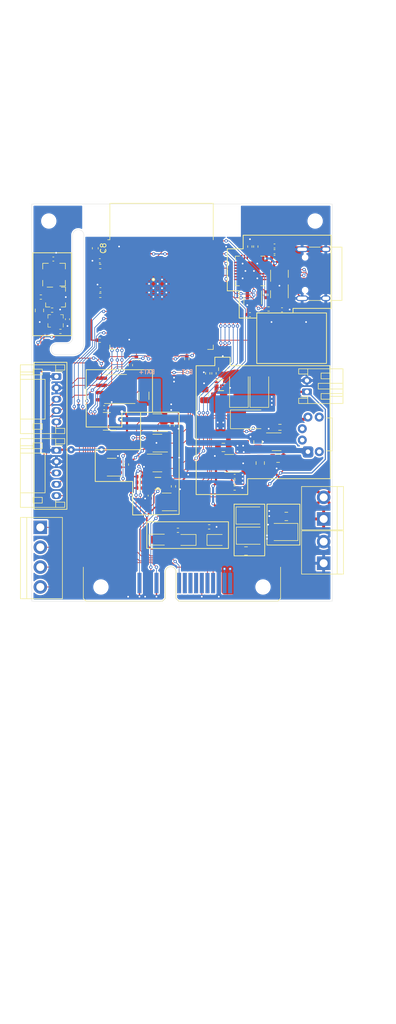
<source format=kicad_pcb>
(kicad_pcb (version 20211014) (generator pcbnew)
  (layers (0 "F.Cu" signal) (31 "B.Cu" signal) (34 "B.Paste" user) (35 "F.Paste" user) (36 "B.SilkS" user "B.Silkscreen") (37 "F.SilkS" user "F.Silkscreen") (38 "B.Mask" user) (39 "F.Mask" user) (44 "Edge.Cuts" user))
  (net 0 "")
  (net 1 "+3V3")
  (net 2 "GND")
  (net 3 "VBUS")
  (net 4 "/BAT")
  (net 5 "+BATT")
  (net 6 "Net-(C6-Pad1)")
  (net 7 "+5V")
  (net 8 "/~{ESP23_EN}")
  (net 9 "Net-(C11-Pad2)")
  (net 10 "Net-(C15-Pad1)")
  (net 11 "Net-(C17-Pad1)")
  (net 12 "/GBUS.DETECT")
  (net 13 "Net-(C24-Pad1)")
  (net 15 "Net-(D1-Pad1)")
  (net 16 "Net-(D1-Pad2)")
  (net 17 "Net-(D2-Pad1)")
  (net 18 "Net-(D3-Pad2)")
  (net 19 "Net-(D6-Pad1)")
  (net 20 "/USB SERIAL/USBD_P")
  (net 21 "/USB SERIAL/USBD_N")
  (net 23 "/ESP32_IO26")
  (net 24 "/ESP32_IO25")
  (net 25 "/ESP32_IO2")
  (net 28 "/I2C_SDA")
  (net 29 "/I2C_SCL")
  (net 30 "/~{I2C_INT}")
  (net 39 "/Bus/~{GBUS_5V_RESET}")
  (net 40 "/Bus/GBUS_5V_SCLK")
  (net 41 "/Bus/GBUS_5V_MISO")
  (net 42 "/Bus/GBUS_5V_SCL")
  (net 43 "/Bus/GBUS_5V_SDA")
  (net 48 "/Bus/~{GBUS_5V_INT}")
  (net 49 "/Bus/GBUS_5V_MOSI")
  (net 54 "Net-(Q1-Pad1)")
  (net 55 "/USB SERIAL/RTS")
  (net 56 "Net-(Q2-Pad1)")
  (net 57 "/USB SERIAL/DTR")
  (net 58 "/ESP32_IO0")
  (net 59 "Net-(R1-Pad1)")
  (net 60 "Net-(R3-Pad2)")
  (net 61 "Net-(R12-Pad2)")
  (net 62 "/~{RTC_INT}")
  (net 63 "Net-(R14-Pad2)")
  (net 64 "Net-(R15-Pad2)")
  (net 65 "/GBUS.~{RESET}")
  (net 66 "Net-(R23-Pad1)")
  (net 67 "Net-(R24-Pad2)")
  (net 68 "Net-(L1-Pad2)")
  (net 69 "/GBUS.~{INT}")
  (net 71 "/ESP32_IO14")
  (net 78 "/GBUS.CLK")
  (net 79 "/GBUS.MISO")
  (net 81 "/GBUS.SCL")
  (net 82 "/TXDO")
  (net 83 "/RXDO")
  (net 84 "/GBUS.SDA")
  (net 85 "/GBUS.MOSI")
  (net 86 "Net-(L2-Pad1)")
  (net 89 "Net-(U7-Pad1)")
  (net 90 "Net-(U7-Pad2)")
  (footprint "Capacitor_SMD:C_0805_2012Metric" (layer "F.Cu") (at 54.7 51.1 90)
    (fp_text reference "C6" hide)
    (fp_text value "10uF")
  )
  (footprint "Package_TO_SOT_SMD:SOT-23-5" (layer "F.Cu") (at 44.8 74.5 180)
    (fp_text reference "U11" hide)
    (fp_text value "SN74LV1T34DVBR")
  )
  (footprint "Resistor_SMD:R_0402_1005Metric" (layer "F.Cu") (at 59.48 29.5 -90)
    (fp_text reference "R24" hide)
    (fp_text value "10k")
  )
  (footprint "Resistor_SMD:R_0402_1005Metric" (layer "F.Cu") (at 40.0625 70.04 180)
    (fp_text reference "R21" hide)
    (fp_text value "10k")
  )
  (footprint "Resistor_SMD:R_0402_1005Metric" (layer "F.Cu") (at 48.35 49.31 90)
    (fp_text reference "R11" hide)
    (fp_text value "4.7k")
  )
  (footprint "Capacitor_SMD:C_0402_1005Metric" (layer "F.Cu") (at 65.15 40.65)
    (fp_text reference "C25" hide)
    (fp_text value "100nF")
  )
  (footprint "XKB:TS-1187A-B-A-B" (layer "F.Cu") (at 63.7 45.8 -90)
    (fp_text reference "SW3" hide)
    (fp_text value "SW_Push")
  )
  (footprint "MountingHole:MountingHole_2.2mm_M2" (layer "F.Cu") (at 71 25)
    (fp_text reference "H2" hide)
    (fp_text value "MountingHole")
  )
  (footprint "Resistor_SMD:R_0402_1005Metric" (layer "F.Cu") (at 46.79 79.5 180)
    (fp_text reference "R2" hide)
    (fp_text value "330R")
  )
  (footprint "Capacitor_SMD:C_0805_2012Metric" (layer "F.Cu") (at 54.8 64.9 180)
    (fp_text reference "C9" hide)
    (fp_text value "10uF")
  )
  (footprint "Resistor_SMD:R_0402_1005Metric" (layer "F.Cu") (at 56.8 72.05)
    (fp_text reference "R8" hide)
    (fp_text value "22k")
  )
  (footprint "Diode_SMD:D_SMA" (layer "F.Cu") (at 57.55 54.44 90)
    (fp_text reference "D4" hide)
    (fp_text value "SS54")
  )
  (footprint "Sunlord:WPN252010U" (layer "F.Cu") (at 59.1125 67.7 -90)
    (fp_text reference "L2" hide)
    (fp_text value "2.2uH")
  )
  (footprint "Resistor_SMD:R_0603_1608Metric" (layer "F.Cu") (at 64.7875 61.35 180)
    (fp_text reference "R1" hide)
    (fp_text value "2k")
  )
  (footprint "Package_DFN_QFN:QFN-28-1EP_5x5mm_P0.5mm_EP3.35x3.35mm" (layer "F.Cu") (at 59.53 33.8 180)
    (fp_text reference "U15" hide)
    (fp_text value "CP2102N-Axx-xQFN28")
  )
  (footprint "Resistor_SMD:R_0402_1005Metric" (layer "F.Cu") (at 24.59 40.7 180)
    (fp_text reference "R14" hide)
    (fp_text value "10k")
  )
  (footprint "Package_TO_SOT_SMD:SOT-23" (layer "F.Cu") (at 34.2375 60.3 180)
    (fp_text reference "D7" hide)
    (fp_text value "BAV70")
  )
  (footprint "Diode_SMD:D_SMA" (layer "F.Cu") (at 59.45 59.94)
    (fp_text reference "D3" hide)
    (fp_text value "SS54")
  )
  (footprint "Capacitor_SMD:C_0805_2012Metric" (layer "F.Cu") (at 64.4625 66.8)
    (fp_text reference "C2" hide)
    (fp_text value "10uF")
  )
  (footprint "LED_SMD:LED_0805_2012Metric" (layer "F.Cu") (at 43.4 81.15)
    (fp_text reference "D2" hide)
    (fp_text value "LED")
  )
  (footprint "Capacitor_SMD:C_0805_2012Metric" (layer "F.Cu") (at 65.9125 77.06 180)
    (fp_text reference "C3" hide)
    (fp_text value "10uF")
  )
  (footprint "Capacitor_SMD:C_0402_1005Metric" (layer "F.Cu") (at 27.3 42.3 -90)
    (fp_text reference "C16" hide)
    (fp_text value "100nF")
  )
  (footprint "Package_SO:SOIC-8_3.9x4.9mm_P1.27mm" (layer "F.Cu") (at 35.78 54.6 180)
    (fp_text reference "U7" hide)
    (fp_text value "PCF8563T")
  )
  (footprint "Dorabo Connectors:DB125-3.81-2P-BK-S" (layer "F.Cu") (at 72.5 83.4 90)
    (fp_text reference "J2" hide)
    (fp_text value "Screw_Terminal_01x02" hide)
  )
  (footprint "Capacitor_Tantalum_SMD:CP_EIA-3528-12_Kemet-T" (layer "F.Cu") (at 59.5 76.9)
    (fp_text reference "C20" hide)
    (fp_text value "100uF")
  )
  (footprint "Package_TO_SOT_SMD:SOT-23-6" (layer "F.Cu") (at 64.2 63.9)
    (fp_text reference "U1" hide)
    (fp_text value "TP4057")
  )
  (footprint "XKB:XKB5858-X-E" (layer "F.Cu") (at 74.025 62.6 -90)
    (fp_text reference "SW1" hide)
    (fp_text value "SW_SPST")
  )
  (footprint "Capacitor_SMD:C_0402_1005Metric" (layer "F.Cu") (at 59.5 41.5 180)
    (fp_text reference "C26" hide)
    (fp_text value "100nF")
  )
  (footprint "Texas_Instruments:PCA9306DCUR" (layer "F.Cu") (at 43.2625 71.24 180)
    (fp_text reference "U9" hide)
    (fp_text value "PCA9306DCUR" hide)
  )
  (footprint "Package_TO_SOT_SMD:TSOT-23-5" (layer "F.Cu") (at 55.85 67.7 180)
    (fp_text reference "U4" hide)
    (fp_text value "RT8059GJ5")
  )
  (footprint "Connector_USB:USB_C_Receptacle_HRO_TYPE-C-31-M-12" (layer "F.Cu") (at 71.83 34.3 90)
    (fp_text reference "J11" hide)
    (fp_text value "USB_C_Receptacle_USB2.0")
  )
  (footprint "LED_SMD:LED_0805_2012Metric" (layer "F.Cu") (at 48.3 81.2 180)
    (fp_text reference "D1" hide)
    (fp_text value "LED")
  )
  (footprint "Capacitor_SMD:C_0402_1005Metric" (layer "F.Cu") (at 33.12 37.1 180)
    (fp_text reference "C18" hide)
    (fp_text value "100nF")
  )
  (footprint "Connector_JST:JST_PH_S5B-PH-K_1x05_P2.00mm_Horizontal" (layer "F.Cu") (at 25.35 52.4 -90)
    (fp_text reference "J6" hide)
    (fp_text value "Conn_01x05")
  )
  (footprint "XKB:TS-1187A-B-A-B" (layer "F.Cu") (at 69.9 45.8 -90)
    (fp_text reference "SW2" hide)
    (fp_text value "SW_Push")
  )
  (footprint "Resistor_SMD:R_0402_1005Metric" (layer "F.Cu") (at 52.05 51.85 90)
    (fp_text reference "R4" hide)
    (fp_text value "68k")
  )
  (footprint "Resistor_SMD:R_0402_1005Metric" (layer "F.Cu") (at 39.45 49.4 90)
    (fp_text reference "R10" hide)
    (fp_text value "4.7k")
  )
  (footprint "ASAIR Sensors:AGS10" (layer "F.Cu") (at 24.93 34.45 90)
    (fp_text reference "U5" hide)
    (fp_text value "AGS10")
  )
  (footprint "Dongguan UMAX:3126-XXXX" (layer "F.Cu") (at 45.5 92 180)
    (fp_text reference "J10" hide)
    (fp_text value "3126-10200D")
  )
  (footprint "Resistor_SMD:R_0402_1005Metric" (layer "F.Cu") (at 22.6 38.4)
    (fp_text reference "R12" hide)
    (fp_text value "330R")
  )
  (footprint "Resistor_SMD:R_0402_1005Metric" (layer "F.Cu") (at 62.29 38 90)
    (fp_text reference "R25" hide)
    (fp_text value "10k")
  )
  (footprint "Capacitor_SMD:C_0402_1005Metric" (layer "F.Cu") (at 56.8 70 180)
    (fp_text reference "C11" hide)
    (fp_text value "12pF")
  )
  (footprint "Resistor_SMD:R_0402_1005Metric" (layer "F.Cu") (at 45.7625 61.04 -90)
    (fp_text reference "R17" hide)
    (fp_text value "10k")
  )
  (footprint "Package_TO_SOT_SMD:SOT-23" (layer "F.Cu") (at 59.99 39 -90)
    (fp_text reference "Q1" hide)
    (fp_text value "MMBTA42")
  )
  (footprint "Resistor_SMD:R_0402_1005Metric" (layer "F.Cu") (at 33 46)
    (fp_text reference "R9" hide)
    (fp_text value "4.7k")
  )
  (footprint "RF_Module:ESP32-WROOM-32" (layer "F.Cu") (at 43.9 37.745)
    (fp_text reference "U3" hide)
    (fp_text value "ESP32-WROOM-32D")
  )
  (footprint "Resistor_SMD:R_0402_1005Metric" (layer "F.Cu") (at 37.7 67.91 90)
    (fp_text reference "R22" hide)
    (fp_text value "10k")
  )
  (footprint "Package_TO_SOT_SMD:SOT-23" (layer "F.Cu") (at 64.69 37.9 -90)
    (fp_text reference "Q2" hide)
    (fp_text value "MMBTA42")
  )
  (footprint "Resistor_SMD:R_0402_1005Metric" (layer "F.Cu") (at 56.8 71 180)
    (fp_text reference "R7" hide)
    (fp_text value "100k")
  )
  (footprint "Capacitor_SMD:C_0402_1005Metric" (layer "F.Cu") (at 33.5 30.3 -90)
    (fp_text reference "C7" hide)
    (fp_text value "0.1uF")
  )
  (footprint "Capacitor_SMD:C_0805_2012Metric" (layer "F.Cu") (at 51.45 55.64 90)
    (fp_text reference "C4" hide)
    (fp_text value "10uF")
  )
  (footprint "Capacitor_SMD:C_0402_1005Metric" (layer "F.Cu") (at 63.83 30.4)
    (fp_text reference "C23" hide)
    (fp_text value "100nF")
  )
  (footprint "Package_LGA:Bosch_LGA-8_2x2.5mm_P0.65mm_ClockwisePinNumbering" (layer "F.Cu") (at 25.2 42.6 180)
    (fp_text reference "U8" hide)
    (fp_text value "BMP280")
  )
  (footprint "Resistor_SMD:R_0402_1005Metric" (layer "F.Cu") (at 46 71.76 90)
    (fp_text reference "R16" hide)
    (fp_text value "450k")
  )
  (footprint "Capacitor_SMD:C_0805_2012Metric" (layer "F.Cu") (at 60.9125 63.95 90)
    (fp_text reference "C5" hide)
    (fp_text value "10uF")
  )
  (footprint "ASAIR Sensors:AHT20" (layer "F.Cu") (at 25.2 38.4)
    (fp_text reference "U6" hide)
    (fp_text value "AHT20")
  )
  (footprint "Sunlord:WPN252010U" (layer "F.Cu") (at 54.05 56.24)
    (fp_text reference "L1" hide)
    (fp_text value "1uH")
  )
  (footprint "Dorabo Connectors:DB125-3.81-2P-RD-S" (layer "F.Cu") (at 72.5 75.6 90)
    (fp_text reference "J3" hide)
    (fp_text value "Screw_Terminal_01x02" hide)
  )
  (footprint "Resistor_SMD:R_0402_1005Metric" (layer "F.Cu") (at 26.05 44.45 180)
    (fp_text reference "R15" hide)
    (fp_text value "10k")
  )
  (footprint "Resistor_SMD:R_0402_1005Metric" (layer "F.Cu") (at 52.3 78.9 180)
    (fp_text reference "R6" hide)
    (fp_text value "330R")
  )
  (footprint "Resistor_SMD:R_0402_1005Metric" (layer "F.Cu") (at 33.09 38.1 180)
    (fp_text reference "R20" hide)
    (fp_text value "10k")
  )
  (footprint "Diode_SMD:D_SMA" (layer "F.Cu") (at 61.15 54.44 90)
    (fp_text reference "D5" hide)
    (fp_text value "SS54")
  )
  (footprint "Crystal:Crystal_SMD_3215-2Pin_3.2x1.5mm" (layer "F.Cu") (at 40.8 55.8 90)
    (fp_text reference "Y1" hide)
    (fp_text value "32.768kHz")
  )
  (footprint "Package_TO_SOT_SMD:SOT-23-5" (layer "F.Cu") (at 35.1 68.38 180)
    (fp_text reference "U13" hide)
    (fp_text value "SN74LV1T34DVBR")
  )
  (footprint "Capacitor_SMD:C_0402_1005Metric" (layer "F.Cu") (at 33.78 57.9)
    (fp_text reference "C15" hide)
    (fp_text value "100nF")
  )
  (footprint "Capacitor_SMD:C_0402_1005Metric" (layer "F.Cu") (at 63.83 31.4)
    (fp_text reference "C24" hide)
    (fp_text value "100nF")
  )
  (footprint "Connector_JST:JST_PH_S2B-PH-K_1x02_P2.00mm_Horizontal" (layer "F.Cu") (at 69.55 55.1 90)
    (fp_text reference "J4" hide)
    (fp_text value "Conn_01x02")
  )
  (footprint "Resistor_SMD:R_0402_1005Metric" (layer "F.Cu") (at 62.79 40.5 180)
    (fp_text reference "R26" hide)
    (fp_text value "10k")
  )
  (footprint "Capacitor_SMD:C_0402_1005Metric" (layer "F.Cu") (at 41.9 73.39 -90)
    (fp_text reference "C17" hide)
    (fp_text value "100nF")
  )
  (footprint "Package_TO_SOT_SMD:SOT-23-5" (layer "F.Cu") (at 43.1625 60.54 180)
    (fp_text reference "U14" hide)
    (fp_text value "SN74LV1T34DVBR")
  )
  (footprint "Package_TO_SOT_SMD:SOT-23-5" (layer "F.Cu") (at 43.1625 64.14 180)
    (fp_text reference "U10" hide)
    (fp_text value "SN74LV1T34DVBR")
  )
  (footprint "Capacitor_SMD:C_0402_1005Metric" (layer "F.Cu") (at 63.83 29.4)
    (fp_text reference "C22" hide)
    (fp_text value "100nF")
  )
  (footprint "MountingHole:MountingHole_2.2mm_M2" (layer "F.Cu") (at 24 25)
    (fp_text reference "H1" hide)
    (fp_text value "MountingHole")
  )
  (footprint "Connector_JST:JST_PH_S5B-PH-K_1x05_P2.00mm_Horizontal" (layer "F.Cu") (at 25.35 65.4 -90)
    (fp_text reference "J7" hide)
    (fp_text value "Conn_01x05")
  )
  (footprint "Resistor_SMD:R_0402_1005Metric" (layer "F.Cu") (at 33.08 33)
    (fp_text reference "R5" hide)
    (fp_text value "10k")
  )
  (footprint "Capacitor_SMD:C_0805_2012Metric" (layer "F.Cu") (at 58.8 83.15)
    (fp_text reference "C21" hide)
    (fp_text value "10uF")
  )
  (footprint "Package_TO_SOT_SMD:SOT-23-5" (layer "F.Cu") (at 43.1625 67.64)
    (fp_text reference "U12" hide)
    (fp_text value "SN74LV1T34DVBR")
  )
  (footprint "Resistor_SMD:R_0402_1005Metric" (layer "F.Cu") (at 40.0625 71.04 180)
    (fp_text reference "R19" hide)
    (fp_text value "10k")
  )
  (footprint "Resistor_SMD:R_0402_1005Metric" (layer "F.Cu") (at 38.4 50.4 -90)
    (fp_text reference "R13" hide)
    (fp_text value "10k")
  )
  (footprint "Resistor_SMD:R_0402_1005Metric" (layer "F.Cu") (at 60.53 29.5 90)
    (fp_text reference "R23" hide)
    (fp_text value "4.7k")
  )
  (footprint "Dorabo Connectors:DB125-3.51-4P-GN-S" (layer "F.Cu") (at 26.405 77.235 -90)
    (fp_text reference "J1" hide)
    (fp_text value "Screw_Terminal_01x04")
  )
  (footprint "LED_SMD:LED_0805_2012Metric" (layer "F.Cu") (at 53.6 81.2)
    (fp_text reference "D6" hide)
    (fp_text value "LED")
  )
  (footprint "Capacitor_SMD:C_0402_1005Metric" (layer "F.Cu") (at 24.8 31.7)
    (fp_text reference "C13" hide)
    (fp_text value "100nF")
  )
  (footprint "Capacitor_SMD:C_0603_1608Metric" (layer "F.Cu") (at 32.2 29.8 -90)
    (fp_text reference "C8")
    (fp_text value "22uF")
  )
  (footprint "Resistor_SMD:R_0402_1005Metric" (layer "F.Cu") (at 53.15 51.85 -90)
    (fp_text reference "R3" hide)
    (fp_text value "510k")
  )
  (footprint "Capacitor_Tantalum_SMD:CP_EIA-3528-12_Kemet-T" (layer "F.Cu") (at 65.5 79.8 180)
    (fp_text reference "C1" hide)
    (fp_text value "100uF")
  )
  (footprint "Capacitor_SMD:C_0402_1005Metric" (layer "F.Cu") (at 33 32 180)
    (fp_text reference "C10" hide)
    (fp_text value "1nF")
  )
  (footprint "Capacitor_SMD:C_0805_2012Metric" (layer "F.Cu") (at 22.35 40.75 -90)
    (fp_text reference "C14" hide)
    (fp_text value "10uF")
  )
  (footprint "Texas_Instruments:DRL0006A" (layer "F.Cu") (at 54.35 53.94)
    (fp_text reference "U2" hide)
    (fp_text value "TPS61023DRL" hide)
  )
  (footprint "Package_TO_SOT_SMD:SOT-143" (layer "F.Cu") (at 64.7 34.3 90)
    (fp_text reference "D8" hide)
    (fp_text value "SP0503BAHT")
  )
  (footprint "Capacitor_SMD:C_0805_2012Metric" (layer "F.Cu") (at 61.3125 67.65 90)
    (fp_text reference "C12" hide)
    (fp_text value "10uF")
  )
  (footprint "Resistor_SMD:R_0402_1005Metric" (layer "F.Cu") (at 40.05 72.05 180)
    (fp_text reference "R18" hide)
    (fp_text value "200k")
  )
  (footprint "Capacitor_Tantalum_SMD:CP_EIA-3528-12_Kemet-T" (layer "F.Cu") (at 59.55 80.45)
    (fp_text reference "C19" hide)
    (fp_text value "100uF")
  )
  (footprint "Connector_Wire:SolderWire-2.5sqmm_1x01_D2.4mm_OD4.4mm" (layer "B.Cu") (at 41.8 54.75)
    (fp_text reference "J5" hide)
    (fp_text value "BAT")
  )
  (footprint "Connector_Wire:SolderWire-2.5sqmm_1x01_D2.4mm_OD4.4mm" (layer "B.Cu") (at 48.2 54.75)
    (fp_text reference "J8" hide)
    (fp_text value "BAT")
  )
  (gr_line (start 59.1 70.4) (end 59.1 73.2) (layer "F.SilkS") (width 0.1524))
  (gr_line (start 67.1 41.2) (end 60.7 41.2) (layer "F.SilkS") (width 0.1524))
  (gr_line (start 60.7 42.1) (end 57.6 42.1) (layer "F.SilkS") (width 0.1524))
  (gr_rect (start 41.3 78) (end 55.7 82.7) (layer "F.SilkS") (width 0.1524) (fill none))
  (gr_line (start 32.2 70.9) (end 32.2 65.3) (layer "F.SilkS") (width 0.1524))
  (gr_line (start 50 50.5) (end 53.3 50.5) (layer "F.SilkS") (width 0.1524))
  (gr_line (start 57.6 42.1) (end 57.6 37.3) (layer "F.SilkS") (width 0.1524))
  (gr_line (start 38.8 76.8) (end 38.8 70.9) (layer "F.SilkS") (width 0.1524))
  (gr_line (start 36.9 58.7) (end 36.9 61.3) (layer "F.SilkS") (width 0.1524))
  (gr_line (start 73.6 50.5) (end 73.7 70.4) (layer "F.SilkS") (width 0.1524))
  (gr_rect (start 21.2 30.6) (end 28 45.2) (layer "F.SilkS") (width 0.1524) (fill none))
  (gr_line (start 50 73.2) (end 50 50.5) (layer "F.SilkS") (width 0.1524))
  (gr_line (start 38.8 70.9) (end 32.2 70.9) (layer "F.SilkS") (width 0.1524))
  (gr_line (start 42.3 58.7) (end 36.9 58.7) (layer "F.SilkS") (width 0.1524))
  (gr_line (start 55.5 29.9) (end 58.3 29.9) (layer "F.SilkS") (width 0.1524))
  (gr_line (start 55.5 37.3) (end 55.5 29.9) (layer "F.SilkS") (width 0.1524))
  (gr_line (start 56 50.5) (end 73.6 50.5) (layer "F.SilkS") (width 0.1524))
  (gr_rect (start 62.5 74.9) (end 68.3 82.1) (layer "F.SilkS") (width 0.1524) (fill none))
  (gr_line (start 58.3 27.5) (end 73.8 27.5) (layer "F.SilkS") (width 0.1524))
  (gr_line (start 57.6 37.3) (end 55.5 37.3) (layer "F.SilkS") (width 0.1524))
  (gr_rect (start 60.7 41.2) (end 73 50.1) (layer "F.SilkS") (width 0.1524) (fill none))
  (gr_line (start 47 76.7) (end 38.8 76.8) (layer "F.SilkS") (width 0.1524))
  (gr_rect (start 21.4 49.9) (end 27.2 75.8) (layer "F.SilkS") (width 0.1524) (fill none))
  (gr_line (start 53.3 50.5) (end 53.3 49) (layer "F.SilkS") (width 0.1524))
  (gr_line (start 58.3 29.9) (end 58.3 27.5) (layer "F.SilkS") (width 0.1524))
  (gr_line (start 73.7 70.4) (end 59.1 70.4) (layer "F.SilkS") (width 0.1524))
  (gr_rect (start 56.7 74.9) (end 62.1 84) (layer "F.SilkS") (width 0.1524) (fill none))
  (gr_line (start 67.1 40.4) (end 67.1 41.2) (layer "F.SilkS") (width 0.1524))
  (gr_line (start 40.2 65.3) (end 40.2 58.7) (layer "F.SilkS") (width 0.1524))
  (gr_line (start 30.6 51.2) (end 42.3 51.2) (layer "F.SilkS") (width 0.1524))
  (gr_line (start 36.9 61.3) (end 30.6 61.3) (layer "F.SilkS") (width 0.1524))
  (gr_line (start 56 49) (end 56 50.5) (layer "F.SilkS") (width 0.1524))
  (gr_line (start 59.1 73.2) (end 50 73.2) (layer "F.SilkS") (width 0.1524))
  (gr_line (start 60.7 41.2) (end 60.7 42.1) (layer "F.SilkS") (width 0.1524))
  (gr_line (start 73.8 40.4) (end 67.1 40.4) (layer "F.SilkS") (width 0.1524))
  (gr_line (start 40.4 58.7) (end 47 58.7) (layer "F.SilkS") (width 0.1524))
  (gr_line (start 47 58.7) (end 47 76.7) (layer "F.SilkS") (width 0.1524))
  (gr_line (start 73.8 27.5) (end 73.8 40.4) (layer "F.SilkS") (width 0.1524))
  (gr_line (start 42.3 51.2) (end 42.3 58.7) (layer "F.SilkS") (width 0.1524))
  (gr_line (start 53.3 49) (end 56 49) (layer "F.SilkS") (width 0.1524))
  (gr_line (start 30.6 61.3) (end 30.6 51.2) (layer "F.SilkS") (width 0.1524))
  (gr_line (start 32.2 65.3) (end 40.2 65.3) (layer "F.SilkS") (width 0.1524))
  (gr_line (start 21 92) (end 44.1 92) (layer "Edge.Cuts") (width 0.05))
  (gr_line (start 44.1 92) (end 44.6 91.5) (layer "Edge.Cuts") (width 0.05))
  (gr_arc locked (start 25.351225 48.6) (mid 24.4 47.6) (end 25.351225 46.6) (layer "Edge.Cuts") (width 0.05))
  (gr_arc (start 28.2 27.451225) (mid 29.2 26.5) (end 30.2 27.451225) (layer "Edge.Cuts") (width 0.05))
  (gr_arc (start 44.6 86.8) (mid 45.5 85.9) (end 46.4 86.8) (layer "Edge.Cuts") (width 0.05))
  (gr_line (start 74 92) (end 74 22) (layer "Edge.Cuts") (width 0.05))
  (gr_line (start 30.2 27.451225) (end 30.2 46.6) (layer "Edge.Cuts") (width 0.05))
  (gr_line (start 44.6 91.5) (end 44.6 86.8) (layer "Edge.Cuts") (width 0.05))
  (gr_line (start 28.2 45.6) (end 28.2 27.451225) (layer "Edge.Cuts") (width 0.05))
  (gr_arc (start 28.2 45.6) (mid 27.857107 46.327817) (end 27.1 46.6) (layer "Edge.Cuts") (width 0.05))
  (gr_line (start 21 22) (end 21 92) (layer "Edge.Cuts") (width 0.05))
  (gr_line (start 74 22) (end 21 22) (layer "Edge.Cuts") (width 0.05))
  (gr_arc (start 30.2 46.6) (mid 29.564214 48.034924) (end 28.1 48.6) (layer "Edge.Cuts") (width 0.05))
  (gr_line (start 25.351225 48.6) (end 28.1 48.6) (layer "Edge.Cuts") (width 0.05))
  (gr_line (start 46.4 91.5) (end 46.9 92) (layer "Edge.Cuts") (width 0.05))
  (gr_line (start 46.9 92) (end 74 92) (layer "Edge.Cuts") (width 0.05))
  (gr_line (start 25.351225 46.6) (end 27.1 46.6) (layer "Edge.Cuts") (width 0.05))
  (gr_line (start 46.4 86.8) (end 46.4 91.5) (layer "Edge.Cuts") (width 0.05))
  (gr_text "BAT-" (at 48 51.6) (layer "B.SilkS") (effects (font (size 0.75 0.75) (thickness 0.1524)) (justify mirror)))
  (gr_text "BAT+" (at 41.3 51.6) (layer "B.SilkS") (effects (font (size 0.75 0.75) (thickness 0.1524)) (justify mirror)))
  (segment (start 39.265 30.765) (end 36.6 28.1) (width 0.2032) (layer "F.Cu") (net 1))
  (segment (start 38.4 49.89) (end 39.43 49.89) (width 0.127) (layer "F.Cu") (net 1))
  (segment (start 61.2125 68.7) (end 61.3125 68.6) (width 0.381) (layer "F.Cu") (net 1))
  (segment (start 47 66.7) (end 46.99 66.69) (width 0.254) (layer "F.Cu") (net 1))
  (segment (start 37.1 65.3) (end 35.1 65.3) (width 0.381) (layer "F.Cu") (net 1))
  (segment (start 27.873 43.710475) (end 27.873 42.3) (width 0.254) (layer "F.Cu") (net 1))
  (segment (start 42.465 30.765) (end 39.265 30.765) (width 0.2032) (layer "F.Cu") (net 1))
  (segment (start 54.6 81.1375) (end 54.6 77.7) (width 0.127) (layer "F.Cu") (net 1))
  (segment (start 45.31 71.49) (end 45.55 71.25) (width 0.127) (layer "F.Cu") (net 1))
  (segment (start 23.6 52.4) (end 25.35 52.4) (width 0.2032) (layer "F.Cu") (net 1))
  (segment (start 37.8 64.6) (end 37.1 65.3) (width 0.381) (layer "F.Cu") (net 1))
  (segment (start 22.1 50.9) (end 23.6 52.4) (width 0.2032) (layer "F.Cu") (net 1))
  (segment (start 22.09 38.4) (end 22.09 34.67) (width 0.254) (layer "F.Cu") (net 1))
  (segment (start 27.3 41.82) (end 27.3 40) (width 0.254) (layer "F.Cu") (net 1))
  (segment (start 30.9 32.8) (end 31.1 33) (width 0.2032) (layer "F.Cu") (net 1))
  (segment (start 31.5 46) (end 31.5 38.1) (width 0.2032) (layer "F.Cu") (net 1))
  (segment (start 24.32 31.7) (end 24.32 30) (width 0.254) (layer "F.Cu") (net 1))
  (segment (start 63.1 68.6) (end 61.3125 68.6) (width 0.381) (layer "F.Cu") (net 1))
  (segment (start 35.175 59.35) (end 35.925 58.6) (width 0.127) (layer "F.Cu") (net 1))
  (segment (start 25.1 40.5) (end 25.6 40) (width 0.127) (layer "F.Cu") (net 1))
  (segment (start 30.9 28.8) (end 30.9 31.1) (width 0.2032) (layer "F.Cu") (net 1))
  (segment (start 50.6 32) (end 49.4 30.8) (width 0.2032) (layer "F.Cu") (net 1))
  (segment (start 33.9625 69.33) (end 34.27 69.33) (width 0.127) (layer "F.Cu") (net 1))
  (segment (start 66.8625 73.5625) (end 66.8625 72.3625) (width 0.381) (layer "F.Cu") (net 1))
  (segment (start 24.875 41.325) (end 25.1 41.1) (width 0.127) (layer "F.Cu") (net 1))
  (segment (start 25.1 41.1) (end 25.1 40.7) (width 0.127) (layer "F.Cu") (net 1))
  (segment (start 27.393 41.82) (end 27.3 41.82) (width 0.254) (layer "F.Cu") (net 1))
  (segment (start 24.5 45.4) (end 26.1 45.4) (width 0.2032) (layer "F.Cu") (net 1))
  (segment (start 52.4 75.5) (end 52.4 73.6) (width 0.127) (layer "F.Cu") (net 1))
  (segment (start 26.1 45.4) (end 26.56 44.94) (width 0.2032) (layer "F.Cu") (net 1))
  (segment (start 66.825 73.6) (end 66.8625 73.5625) (width 0.127) (layer "F.Cu") (net 1))
  (segment (start 35.1 68.5) (end 35.1 65.3) (width 0.127) (layer "F.Cu") (net 1))
  (segment (start 54.6 77.7) (end 52.4 75.5) (width 0.127) (layer "F.Cu") (net 1))
  (segment (start 27.133475 44.45) (end 27.873 43.710475) (width 0.254) (layer "F.Cu") (net 1))
  (segment (start 31.5 33) (end 32.57 33) (width 0.2032) (layer "F.Cu") (net 1))
  (segment (start 35.1 65.3) (end 33.3 65.3) (width 0.381) (layer "F.Cu") (net 1))
  (segment (start 48.26 49.91) (end 48.35 49.82) (width 0.2032) (layer "F.Cu") (net 1))
  (segment (start 22.1 38.41) (end 22.09 38.4) (width 0.254) (layer "F.Cu") (net 1))
  (segment (start 49.68 49.82) (end 50.6 48.9) (width 0.2032) (layer "F.Cu") (net 1))
  (segment (start 31.5 33) (end 31.5 38.1) (width 0.2032) (layer "F.Cu") (net 1))
  (segment (start 27.28 41.8) (end 27.3 41.82) (width 0.254) (layer "F.Cu") (net 1))
  (segment (start 22.35 39.8) (end 22.1 39.55) (width 0.254) (layer "F.Cu") (net 1))
  (segment (start 27.7 38.9) (end 27.3 39.3) (width 0.254) (layer "F.Cu") (net 1))
  (segment (start 36.6 28.1) (end 31.6 28.1) (width 0.2032) (layer "F.Cu") (net 1))
  (segment (start 24.875 41.8) (end 24.875 41.325) (width 0.127) (layer "F.Cu") (net 1))
  (segment (start 26.175 41.8) (end 27.28 41.8) (width 0.254) (layer "F.Cu") (net 1))
  (segment (start 48.6 69.7) (end 47.05 71.25) (width 0.254) (layer "F.Cu") (net 1))
  (segment (start 25.6 40) (end 27.3 40) (width 0.127) (layer "F.Cu") (net 1))
  (segment (start 45.8125 61.6) (end 45.7625 61.55) (width 0.254) (layer "F.Cu") (net 1))
  (segment (start 30.9 31.1) (end 30.9 30.575) (width 0.2032) (layer "F.Cu") (net 1))
  (segment (start 27.94 65.3) (end 25.45 65.3) (width 0.381) (layer "F.Cu") (net 1))
  (segment (start 39.45 49.91) (end 48.26 49.91) (width 0.2032) (layer "F.Cu") (net 1))
  (segment (start 24.32 30) (end 27.7 30) (width 0.254) (layer "F.Cu") (net 1))
  (segment (start 25.1 40.7) (end 25.1 40.5) (width 0.127) (layer "F.Cu") (net 1))
  (segment (start 37.2 58.6) (end 37.8 59.2) (width 0.381) (layer "F.Cu") (net 1))
  (segment (start 27.873 42.3) (end 27.393 41.82) (width 0.254) (layer "F.Cu") (net 1))
  (segment (start 26.56 44.94) (end 26.56 44.45) (width 0.2032) (layer "F.Cu") (net 1))
  (segment (start 34.27 69.33) (end 35.1 68.5) (width 0.127) (layer "F.Cu") (net 1))
  (segment (start 23.66 32.36) (end 24.32 31.7) (width 0.254) (layer "F.Cu") (net 1))
  (segment (start 47.7 51.2) (end 48.35 50.55) (width 0.254) (layer "F.Cu") (net 1))
  (segment (start 25.45 65.3) (end 25.35 65.4) (width 0.381) (layer "F.Cu") (net 1))
  (segment (start 46.9 61.6) (end 45.8125 61.6) (width 0.254) (layer "F.Cu") (net 1))
  (segment (start 47.7 57.1) (end 47.7 51.2) (width 0.254) (layer "F.Cu") (net 1))
  (segment (start 50.6 48.9) (end 50.6 32) (width 0.2032) (layer "F.Cu") (net 1))
  (segment (start 36.9 58.6) (end 37.2 58.6) (width 0.381) (layer "F.Cu") (net 1))
  (segment (start 49.4 30.8) (end 44.5 30.8) (width 0.2032) (layer "F.Cu") (net 1))
  (segment (start 32.49 46) (end 31.5 46) (width 0.2032) (layer "F.Cu") (net 1))
  (segment (start 23.66 33.1) (end 23.66 32.36) (width 0.254) (layer "F.Cu") (net 1))
  (segment (start 32.58 38.1) (end 31.5 38.1) (width 0.2032) (layer "F.Cu") (net 1))
  (segment (start 54.5375 81.2) (end 54.6 81.1375) (width 0.127) (layer "F.Cu") (net 1))
  (segment (start 46.99 66.69) (end 44.3 66.69) (width 0.254) (layer "F.Cu") (net 1))
  (segment (start 22.1 46.4) (end 22.1 50.9) (width 0.2032) (layer "F.Cu") (net 1))
  (segment (start 47.05 71.25) (end 46 71.25) (width 0.254) (layer "F.Cu") (net 1))
  (segment (start 42.5 30.8) (end 42.465 30.765) (width 0.2032) (layer "F.Cu") (net 1))
  (segment (start 66.8625 77.06) (end 66.8625 73.5625) (width 0.381) (layer "F.Cu") (net 1))
  (segment (start 27.3 39.3) (end 27.3 40) (width 0.254) (layer "F.Cu") (net 1))
  (segment (start 31.1 33) (end 31.5 33) (width 0.2032) (layer "F.Cu") (net 1))
  (segment (start 48.35 49.82) (end 49.68 49.82) (width 0.2032) (layer "F.Cu") (net 1))
  (segment (start 22.1 39.55) (end 22.1 38.41) (width 0.254) (layer "F.Cu") (net 1))
  (segment (start 48.35 50.55) (end 48.35 49.82) (width 0.254) (layer "F.Cu") (net 1))
  (segment (start 31.6 28.1) (end 30.9 28.8) (width 0.2032) (layer "F.Cu") (net 1))
  (segment (start 37.8 59.2) (end 37.8 64.6) (width 0.381) (layer "F.Cu") (net 1))
  (segment (start 26.56 44.45) (end 27.133475 44.45) (width 0.254) (layer "F.Cu") (net 1))
  (segment (start 45.55 71.25) (end 46 71.25) (width 0.127) (layer "F.Cu") (net 1))
  (segment (start 30.9 32.8) (end 30.9 31.1) (width 0.2032) (layer "F.Cu") (net 1))
  (segment (start 46.9 57.9) (end 47.7 57.1) (width 0.254) (layer "F.Cu") (net 1))
  (segment (start 66.8625 72.3625) (end 63.1 68.6) (width 0.381) (layer "F.Cu") (net 1))
  (segment (start 27.7 30) (end 27.7 38.9) (width 0.254) (layer "F.Cu") (net 1))
  (segment (start 22.09 34.67) (end 23.66 33.1) (width 0.254) (layer "F.Cu") (net 1))
  (segment (start 46.9 61.6) (end 46.9 57.9) (width 0.254) (layer "F.Cu") (net 1))
  (segment (start 39.43 49.89) (end 39.45 49.91) (width 0.127) (layer "F.Cu") (net 1))
  (segment (start 44.6341 71.49) (end 45.31 71.49) (width 0.127) (layer "F.Cu") (net 1))
  (segment (start 30.9 30.575) (end 32.2 30.575) (width 0.2032) (layer "F.Cu") (net 1))
  (segment (start 35.925 58.6) (end 36.9 58.6) (width 0.127) (layer "F.Cu") (net 1))
  (segment (start 52.4 73.6) (end 66.825 73.6) (width 0.127) (layer "F.Cu") (net 1))
  (segment (start 59.1125 68.7) (end 61.2125 68.7) (width 0.381) (layer "F.Cu") (net 1))
  (via (at 36.9 58.6) (size 1.3) (drill 0.5) (layers "F.Cu" "B.Cu") (net 1))
  (via (at 27.94 65.3) (size 1.3) (drill 0.5) (layers "F.Cu" "B.Cu") (net 1))
  (via (at 58.2 70.4) (size 0.6) (drill 0.3) (layers "F.Cu" "B.Cu") (net 1))
  (via (at 42.5 30.8) (size 0.6) (drill 0.3) (layers "F.Cu" "B.Cu") (net 1))
  (via (at 58.2 71.1) (size 0.6) (drill 0.3) (layers "F.Cu" "B.Cu") (net 1))
  (via (at 22.1 46.4) (size 0.6) (drill 0.3) (layers "F.Cu" "B.Cu") (net 1))
  (via (at 47 66.7) (size 0.6) (drill 0.3) (layers "F.Cu" "B.Cu") (net 1))
  (via (at 33.3 65.3) (size 1.3) (drill 0.5) (layers "F.Cu" "B.Cu") (net 1))
  (via (at 46.9 61.6) (size 0.6) (drill 0.3) (layers "F.Cu" "B.Cu") (net 1))
  (via (at 44.5 30.8) (size 0.6) (drill 0.3) (layers "F.Cu" "B.Cu") (net 1))
  (via (at 58.2 69.7) (size 0.6) (drill 0.3) (layers "F.Cu" "B.Cu") (net 1))
  (via (at 24.5 45.4) (size 0.6) (drill 0.3) (layers "F.Cu" "B.Cu") (net 1))
  (via (at 48.6 69.7) (size 0.6) (drill 0.3) (layers "F.Cu" "B.Cu") (net 1))
  (segment (start 22.1 46.4) (end 23.1 45.4) (width 0.2032) (layer "B.Cu") (net 1))
  (segment (start 33.3 65.3) (end 27.94 65.3) (width 0.381) (layer "B.Cu") (net 1))
  (segment (start 44.5 30.8) (end 42.5 30.8) (width 0.2032) (layer "B.Cu") (net 1))
  (segment (start 23.1 45.4) (end 24.5 45.4) (width 0.2032) (layer "B.Cu") (net 1))
  (segment (start 32.64 37.1) (end 32.64 36.24) (width 0.127) (layer "F.Cu") (net 2))
  (segment (start 34.6 57.9) (end 35.1 57.4) (width 0.127) (layer "F.Cu") (net 2))
  (segment (start 51.674468 51.34) (end 51.357234 51.657234) (width 0.127) (layer "F.Cu") (net 2))
  (segment (start 68.025 42.8) (end 69.4 42.8) (width 0.127) (layer "F.Cu") (net 2))
  (segment (start 63.5125 66.8) (end 64.2 67.4875) (width 0.127) (layer "F.Cu") (net 2))
  (segment (start 61.825 42.8) (end 63.3 42.8) (width 0.127) (layer "F.Cu") (net 2))
  (segment (start 63.95 35.3) (end 63.95 35.65) (width 0.2032) (layer "F.Cu") (net 2))
  (segment (start 51 88.8) (end 51 91.2) (width 0.127) (layer "F.Cu") (net 2))
  (segment (start 66.5 40.6) (end 66.45 40.65) (width 0.2032) (layer "F.Cu") (net 2))
  (segment (start 25.3 30.6) (end 25.28 30.62) (width 0.254) (layer "F.Cu") (net 2))
  (segment (start 52.05 51.34) (end 51.674468 51.34) (width 0.127) (layer "F.Cu") (net 2))
  (segment (start 26.175 43.175) (end 26.175 43.4) (width 0.254) (layer "F.Cu") (net 2))
  (segment (start 43.41 63.19) (end 43.2 63.4) (width 0.2032) (layer "F.Cu") (net 2))
  (segment (start 59.48 28.99) (end 59.48 28.22) (width 0.2032) (layer "F.Cu") (net 2))
  (segment (start 26 40.9) (end 26 40.6) (width 0.254) (layer "F.Cu") (net 2))
  (segment (start 47.17 72.27) (end 46 72.27) (width 0.127) (layer "F.Cu") (net 2))
  (segment (start 55.960001 54.439999) (end 55.090001 54.439999) (width 0.127) (layer "F.Cu") (net 2))
  (segment (start 41 88.8) (end 41 91.2) (width 0.127) (layer "F.Cu") (net 2))
  (segment (start 63.05 61.35) (end 62.8 61.6) (width 0.127) (layer "F.Cu") (net 2))
  (segment (start 56 54.4) (end 55.960001 54.439999) (width 0.127) (layer "F.Cu") (net 2))
  (segment (start 67.785 37.705) (end 68.7 38.62) (width 0.2032) (layer "F.Cu") (net 2))
  (segment (start 45.390001 71.990001) (end 45.67 72.27) (width 0.127) (layer "F.Cu") (net 2))
  (segment (start 38 88.8) (end 38 91.2) (width 0.127) (layer "F.Cu") (net 2))
  (segment (start 53.9 65.8) (end 53.3 66.4) (width 0.127) (layer "F.Cu") (net 2))
  (segment (start 32.64 36.24) (end 32.6 36.2) (width 0.127) (layer "F.Cu") (net 2))
  (segment (start 64.2 67.4875) (end 64.2 68.6) (width 0.127) (layer "F.Cu") (net 2))
  (segment (start 67.785 37.55) (end 67.785 37.705) (width 0.2032) (layer "F.Cu") (net 2))
  (segment (start 60.9125 63) (end 59.6 63) (width 0.127) (layer "F.Cu") (net 2))
  (segment (start 22.35 42.75) (end 22.4 42.8) (width 0.254) (layer "F.Cu") (net 2))
  (segment (start 25.28 31.7) (end 25.65 31.7) (width 0.254) (layer "F.Cu") (net 2))
  (segment (start 56.9875 67.7) (end 58.3 67.7) (width 0.127) (layer "F.Cu") (net 2))
  (segment (start 25.525 41.8) (end 25.525 42.525) (width 0.254) (layer "F.Cu") (net 2))
  (segment (start 25.28 30.62) (end 25.28 31.7) (width 0.254) (layer "F.Cu") (net 2))
  (segment (start 45.67 72.27) (end 46 72.27) (width 0.127) (layer "F.Cu") (net 2))
  (segment (start 44.6341 71.990001) (end 45.390001 71.990001) (width 0.127) (layer "F.Cu") (net 2))
  (segment (start 38.19 45.91) (end 38.2 45.9) (width 0.127) (layer "F.Cu") (net 2))
  (segment (start 63.4125 66.7) (end 63.5125 66.8) (width 0.127) (layer "F.Cu") (net 2))
  (segment (start 41.09 68.59) (end 40.8 68.3) (width 0.2032) (layer "F.Cu") (net 2))
  (segment (start 34.26 57.9) (end 34.6 57.9) (width 0.127) (layer "F.Cu") (net 2))
  (segment (start 51.45 54.69) (end 51.4 54.64) (width 0.127) (layer "F.Cu") (net 2))
  (segment (start 27.3 42.78) (end 27.3 43.5) (width 0.254) (layer "F.Cu") (net 2))
  (segment (start 25.65 31.7) (end 26.2 32.25) (width 0.254) (layer "F.Cu") (net 2))
  (segment (start 54 88.8) (end 54 91.2) (width 0.127) (layer "F.Cu") (net 2))
  (segment (start 43 63.6) (end 43 64.1) (width 0.2032) (layer "F.Cu") (net 2))
  (segment (start 22.35 41.7) (end 22.35 42.75) (width 0.254) (layer "F.Cu") (net 2))
  (segment (start 63.0625 63.9) (end 61.8 63.9) (width 0.127) (layer "F.Cu") (net 2))
  (segment (start 38.19 47.255) (end 38.19 45.91) (width 0.127) (layer "F.Cu") (net 2))
  (segment (start 26.78 43.5) (end 26.68 43.4) (width 0.254) (layer "F.Cu") (net 2))
  (segment (start 32.52 32) (end 31.7 32) (width 0.2032) (layer "F.Cu") (net 2))
  (segment (start 43 88.8) (end 43 91.2) (width 0.2032) (layer "F.Cu") (net 2))
  (segment (start 52.81 78.9) (end 53.6 78.9) (width 0.127) (layer "F.Cu") (net 2))
  (segment (start 63.95 35.65) (end 64.7 36.4) (width 0.2032) (layer "F.Cu") (net 2))
  (segment (start 45.9375 73.55) (end 45.9375 72.3325) (width 0.127) (layer "F.Cu") (net 2))
  (segment (start 63.9625 61.35) (end 63.05 61.35) (width 0.127) (layer "F.Cu") (net 2))
  (segment (start 36.2375 67.43) (end 36.2375 66.4375) (width 0.127) (layer "F.Cu") (net 2))
  (segment (start 43.2 63.4) (end 43 63.6) (width 0.2032) (layer "F.Cu") (net 2))
  (segment (start 25.525 41.375) (end 26 40.9) (width 0.254) (layer "F.Cu") (net 2))
  (segment (start 54.7 50.15) (end 54.7 48.8) (width 0.127) (layer "F.Cu") (net 2))
  (segment (start 27.3 43.5) (end 26.78 43.5) (width 0.254) (layer "F.Cu") (net 2))
  (segment (start 41 73.9) (end 41.03 73.87) (width 0.127) (layer "F.Cu") (net 2))
  (segment (start 26.2 32.25) (end 26.2 33.1) (width 0.254) (layer "F.Cu") (net 2))
  (segment (start 42.025 68.59) (end 41.09 68.59) (width 0.2032) (layer "F.Cu") (net 2))
  (segment (start 25.525 42.525) (end 26.175 43.175) (width 0.254) (layer "F.Cu") (net 2))
  (segment (start 51.4 54.64) (end 51.4 53.6) (width 0.127) (layer "F.Cu") (net 2))
  (segment (start 36.405 29.495) (end 35.15 29.495) (width 0.254) (layer "F.Cu") (net 2))
  (segment (start 25.525 41.8) (end 25.525 41.375) (width 0.254) (layer "F.Cu") (net 2))
  (segment (start 61.3125 66.7) (end 63.4125 66.7) (width 0.127) (layer "F.Cu") (net 2))
  (segment (start 53.85 64.9) (end 53.9 64.95) (width 0.127) (layer "F.Cu") (net 2))
  (segment (start 35.1 57.4) (end 35.1 56.9) (width 0.127) (layer "F.Cu") (net 2))
  (segment (start 36.2375 66.4375) (end 36.2 66.4) (width 0.127) (layer "F.Cu") (net 2))
  (segment (start 66.45 40.65) (end 65.63 40.65) (width 0.2032) (layer "F.Cu") (net 2))
  (segment (start 61.98 34.3) (end 60.03 34.3) (width 0.254) (layer "F.Cu") (net 2))
  (segment (start 55.295 29.495) (end 52.65 29.495) (width 0.2032) (layer "F.Cu") (net 2))
  (segment (start 45.9375 72.3325) (end 46 72.27) (width 0.127) (layer "F.Cu") (net 2))
  (segment (start 26.2 38.4) (end 27 38.4) (width 0.254) (layer "F.Cu") (net 2))
  (segment (start 53.9 64.95) (end 53.9 65.8) (width 0.127) (layer "F.Cu") (net 2))
  (segment (start 40 88.8) (end 40 91.2) (width 0.2032) (layer "F.Cu") (net 2))
  (segment (start 59.02 39.82) (end 59.02 41.5) (width 0.2032) (layer "F.Cu") (net 2))
  (segment (start 58.15 72.05) (end 57.31 72.05) (width 0.127) (layer "F.Cu") (net 2))
  (segment (start 55.3 29.5) (end 55.295 29.495) (width 0.2032) (layer "F.Cu") (net 2))
  (segment (start 44.3 63.19) (end 43.41 63.19) (width 0.2032) (layer "F.Cu") (net 2))
  (segment (start 60.03 34.3) (end 59.53 33.8) (width 0.254) (layer "F.Cu") (net 2))
  (segment (start 59.48 28.22) (end 59.5 28.2) (width 0.2032) (layer "F.Cu") (net 2))
  (segment (start 41.03 73.87) (end 41.9 73.87) (width 0.127) (layer "F.Cu") (net 2))
  (segment (start 26.175 43.4) (end 26.68 43.4) (width 0.254) (layer "F.Cu") (net 2))
  (via (at 31.7 32) (size 0.6) (drill 0.3) (layers "F.Cu" "B.Cu") (net 2))
  (via (at 61.8 63.9) (size 0.6) (drill 0.3) (layers "F.Cu" "B.Cu") (net 2))
  (via (at 60.8 35.1) (size 0.6) (drill 0.3) (layers "F.Cu" "B.Cu") (net 2))
  (via (at 53.3 66.4) (size 0.6) (drill 0.3) (layers "F.Cu" "B.Cu") (net 2))
  (via (at 54 91.2) (size 0.6) (drill 0.3) (layers "F.Cu" "B.Cu") (net 2))
  (via (at 40.8 68.3) (size 0.6) (drill 0.3) (layers "F.Cu" "B.Cu") (net 2))
  (via (at 22.4 42.8) (size 0.6) (drill 0.3) (layers "F.Cu" "B.Cu") (net 2))
  (via (at 43 91.2) (size 0.6) (drill 0.3) (layers "F.Cu" "B.Cu") (net 2))
  (via (at 38.2 45.9) (size 0.6) (drill 0.3) (layers "F.Cu" "B.Cu") (net 2))
  (via (at 51.357234 51.657234) (size 0.6) (drill 0.3) (layers "F.Cu" "B.Cu") (net 2))
  (via (at 64.2 68.6) (size 0.6) (drill 0.3) (layers "F.Cu" "B.Cu") (net 2))
  (via (at 27 38.4) (size 0.6) (drill 0.3) (layers "F.Cu" "B.Cu") (net 2))
  (via (at 46.1 52.6) (size 0.6) (drill 0.3) (layers "F.Cu" "B.Cu") (net 2))
  (via (at 58.15 72.05) (size 0.6) (drill 0.3) (layers "F.Cu" "B.Cu") (net 2))
  (via (at 58.7 33.8) (size 0.6) (drill 0.3) (layers "F.Cu" "B.Cu") (net 2))
  (via (at 58.2 32.5) (size 0.6) (drill 0.3) (layers "F.Cu" "B.Cu") (net 2))
  (via (at 27.3 43.5) (size 0.6) (drill 0.3) (layers "F.Cu" "B.Cu") (net 2))
  (via (at 59.5 28.2) (size 0.6) (drill 0.3) (layers "F.Cu" "B.Cu") (net 2))
  (via (at 58.2 35.1) (size 0.6) (drill 0.3) (layers "F.Cu" "B.Cu") (net 2))
  (via (at 55.3 29.5) (size 0.6) (drill 0.3) (layers "F.Cu" "B.Cu") (net 2))
  (via (at 36.405 29.495) (size 0.6) (drill 0.3) (layers "F.Cu" "B.Cu") (net 2))
  (via (at 36.2 66.4) (size 0.6) (drill 0.3) (layers "F.Cu" "B.Cu") (net 2))
  (via (at 46.1 53.3) (size 0.6) (drill 0.3) (layers "F.Cu" "B.Cu") (net 2))
  (via (at 59.6 63) (size 0.6) (drill 0.3) (layers "F.Cu" "B.Cu") (net 2))
  (via (at 25.3 30.6) (size 0.6) (drill 0.3) (layers "F.Cu" "B.Cu") (net 2))
  (via (at 62.7 78.5) (size 0.6) (drill 0.3) (layers "F.Cu" "B.Cu") (net 2))
  (via (at 35.1 56.9) (size 0.6) (drill 0.3) (layers "F.Cu" "B.Cu") (net 2))
  (via (at 45.6 58.3) (size 0.6) (drill 0.3) (layers "F.Cu" "B.Cu") (net 2))
  (via (at 60.2 33.8) (size 0.6) (drill 0.3) (layers "F.Cu" "B.Cu") (net 2))
  (via (at 58.3 67.7) (size 0.6) (drill 0.3) (layers "F.Cu" "B.Cu") (net 2))
  (via (at 43 64.1) (size 0.6) (drill 0.3) (layers "F.Cu" "B.Cu") (net 2))
  (via (at 69.4 42.8) (size 0.6) (drill 0.3) (layers "F.Cu" "B.Cu") (net 2))
  (via (at 51 91.2) (size 0.6) (drill 0.3) (layers "F.Cu" "B.Cu") (net 2))
  (via (at 59.02 39.82) (size 0.6) (drill 0.3) (layers "F.Cu" "B.Cu") (net 2))
  (via (at 63.3 42.8) (size 0.6) (drill 0.3) (layers "F.Cu" "B.Cu") (net 2))
  (via (at 32.6 36.2) (size 0.6) (drill 0.3) (layers "F.Cu" "B.Cu") (net 2))
  (via (at 38 91.2) (size 0.6) (drill 0.3) (layers "F.Cu" "B.Cu") (net 2))
  (via (at 51.4 53.6) (size 0.6) (drill 0.3) (layers "F.Cu" "B.Cu") (net 2))
  (via (at 26 40.6) (size 0.6) (drill 0.3) (layers "F.Cu" "B.Cu") (net 2))
  (via (at 41 91.2) (size 0.6) (drill 0.3) (layers "F.Cu" "B.Cu") (net 2))
  (via (at 66.5 40.6) (size 0.6) (drill 0.3) (layers "F.Cu" "B.Cu") (net 2))
  (via (at 62.8 61.6) (size 0.6) (drill 0.3) (layers "F.Cu" "B.Cu") (net 2))
  (via (at 54.7 48.8) (size 0.6) (drill 0.3) (layers "F.Cu" "B.Cu") (net 2))
  (via (at 56 54.4) (size 0.6) (drill 0.3) (layers "F.Cu" "B.Cu") (net 2))
  (via (at 41 73.9) (size 0.6) (drill 0.3) (layers "F.Cu" "B.Cu") (net 2))
  (via (at 62.5 81) (size 0.6) (drill 0.3) (layers "F.Cu" "B.Cu") (net 2))
  (via (at 53.6 78.9) (size 0.6) (drill 0.3) (layers "F.Cu" "B.Cu") (net 2))
  (via (at 62.9 77) (size 0.6) (drill 0.3) (layers "F.Cu" "B.Cu") (net 2))
  (via (at 62.5 80.4) (size 0.6) (drill 0.3) (layers "F.Cu" "B.Cu") (net 2))
  (via (at 62.9 76.1) (size 0.6) (drill 0.3) (layers "F.Cu" "B.Cu") (net 2))
  (via (at 45.6 57.3) (size 0.6) (drill 0.3) (layers "F.Cu" "B.Cu") (net 2))
  (via (at 64.7 36.4) (size 0.6) (drill 0.3) (layers "F.Cu" "B.Cu") (net 2))
  (via (at 60.8 32.5) (size 0.6) (drill 0.3) (layers "F.Cu" "B.Cu") (net 2))
  (via (at 47.17 72.27) (size 0.6) (drill 0.3) (layers "F.Cu" "B.Cu") (net 2))
  (via (at 40 91.2) (size 0.6) (drill 0.3) (layers "F.Cu" "B.Cu") (net 2))
  (segment (start 43.9825 38.36) (end 44.745 37.5975) (width 0.2032) (layer "B.Cu") (net 2))
  (segment (start 42.4575 38.36) (end 43.9825 38.36) (width 0.2032) (layer "B.Cu") (net 2))
  (segment (start 44.745 36.0725) (end 43.9825 35.31) (width 0.2032) (layer "B.Cu") (net 2))
  (segment (start 42.4575 35.31) (end 43.9825 35.31) (width 0.2032) (layer "B.Cu") (net 2))
  (segment (start 42 88.8) (end 41.9 88.7) (width 0.127) (layer "B.Cu") (net 2))
  (segment (start 41.695 36.0725) (end 43.22 37.5975) (width 0.2032) (layer "B.Cu") (net 2))
  (segment (start 43.9825 36.835) (end 43.22 37.5975) (width 0.2032) (layer "B.Cu") (net 2))
  (segment (start 43.9825 36.835) (end 44.745 37.5975) (width 0.2032) (layer "B.Cu") (net 2))
  (segment (start 43.22 37.5975) (end 41.695 37.5975) (width 0.2032) (layer "B.Cu") (net 2))
  (segment (start 43.22 36.0725) (end 41.695 37.5975) (width 0.2032) (layer "B.Cu") (net 2))
  (segment (start 43.9825 36.835) (end 44.745 36.0725) (width 0.2032) (layer "B.Cu") (net 2))
  (segment (start 43.22 36.0725) (end 43.9825 35.31) (width 0.2032) (layer "B.Cu") (net 2))
  (segment (start 43.22 37.5975) (end 42.4575 38.36) (width 0.2032) (layer "B.Cu") (net 2))
  (segment (start 41.695 36.0725) (end 41.695 37.5975) (width 0.2032) (layer "B.Cu") (net 2))
  (segment (start 43.22 37.5975) (end 43.9825 38.36) (width 0.2032) (layer "B.Cu") (net 2))
  (segment (start 44.745 36.0725) (end 44.745 37.5975) (width 0.2032) (layer "B.Cu") (net 2))
  (segment (start 43.22 37.5975) (end 44.745 37.5975) (width 0.2032) (layer "B.Cu") (net 2))
  (segment (start 43.22 36.0725) (end 43.22 37.5975) (width 0.2032) (layer "B.Cu") (net 2))
  (segment (start 43.9825 36.835) (end 42.4575 35.31) (width 0.2032) (layer "B.Cu") (net 2))
  (segment (start 42.4575 36.835) (end 43.9825 36.835) (width 0.2032) (layer "B.Cu") (net 2))
  (segment (start 41.695 36.0725) (end 42.4575 35.31) (width 0.2032) (layer "B.Cu") (net 2))
  (segment (start 41.695 37.5975) (end 42.4575 38.36) (width 0.2032) (layer "B.Cu") (net 2))
  (segment (start 68.55 36.75) (end 69.1 36.2) (width 0.381) (layer "F.Cu") (net 3))
  (segment (start 70.6 36.2) (end 70.7 36.1) (width 0.381) (layer "F.Cu") (net 3))
  (segment (start 50.9 73.1) (end 46.3 77.7) (width 0.2032) (layer "F.Cu") (net 3))
  (segment (start 73.05 43.4) (end 73.05 41.05) (width 0.381) (layer "F.Cu") (net 3))
  (segment (start 65.4125 68.8875) (end 64.9 69.4) (width 0.2032) (layer "F.Cu") (net 3))
  (segment (start 61.1 52.39) (end 61.1 47.2) (width 0.381) (layer "F.Cu") (net 3))
  (segment (start 63.75 33.3) (end 63.75 32.65) (width 0.381) (layer "F.Cu") (net 3))
  (segment (start 68.879501 36.420499) (end 68.55 36.75) (width 0.381) (layer "F.Cu") (net 3))
  (segment (start 62.74 52.44) (end 65.4 55.1) (width 0.381) (layer "F.Cu") (net 3))
  (segment (start 70.7 38.7) (end 70.7 36.1) (width 0.381) (layer "F.Cu") (net 3))
  (segment (start 65.4 55.1) (end 69.55 55.1) (width 0.381) (layer "F.Cu") (net 3))
  (segment (start 65.4125 66.8) (end 65.4125 68.8875) (width 0.2032) (layer "F.Cu") (net 3))
  (segment (start 46.3 79.48) (end 46.28 79.5) (width 0.2032) (layer "F.Cu") (net 3))
  (segment (start 65.4125 66.8) (end 65.4125 64.925) (width 0.381) (layer "F.Cu") (net 3))
  (segment (start 64.2 32.2) (end 66.7425 32.2) (width 0.381) (layer "F.Cu") (net 3))
  (segment (start 69.081761 32.35) (end 68.581761 31.85) (width 0.381) (layer "F.Cu") (net 3))
  (segment (start 71.35 45.1) (end 73.05 43.4) (width 0.381) (layer "F.Cu") (net 3))
  (segment (start 46.3 77.7) (end 46.3 79.48) (width 0.2032) (layer "F.Cu") (net 3))
  (segment (start 63.95 32.45) (end 64.2 32.2) (width 0.381) (layer "F.Cu") (net 3))
  (segment (start 65.4125 64.925) (end 65.3375 64.85) (width 0.381) (layer "F.Cu") (net 3))
  (segment (start 66.7425 32.2) (end 67.0925 31.85) (width 0.381) (layer "F.Cu") (net 3))
  (segment (start 67.0925 31.85) (end 67.785 31.85) (width 0.381) (layer "F.Cu") (net 3))
  (segment (start 73.05 41.05) (end 70.7 38.7) (width 0.381) (layer "F.Cu") (net 3))
  (segment (start 70.7 36.1) (end 70.7 32.35) (width 0.381) (layer "F.Cu") (net 3))
  (segment (start 61.15 52.44) (end 62.74 52.44) (width 0.381) (layer "F.Cu") (net 3))
  (segment (start 61.15 52.44) (end 61.1 52.39) (width 0.381) (layer "F.Cu") (net 3))
  (segment (start 70.7 32.35) (end 69.081761 32.35) (width 0.381) (layer "F.Cu") (net 3))
  (segment (start 67.785 36.75) (end 68.55 36.75) (width 0.381) (layer "F.Cu") (net 3))
  (segment (start 63.35 30.4) (end 63.35 29.4) (width 0.381) (layer "F.Cu") (net 3))
  (segment (start 68.581761 31.85) (end 67.785 31.85) (width 0.381) (layer "F.Cu") (net 3))
  (segment (start 61.1 47.2) (end 63.2 45.1) (width 0.381) (layer "F.Cu") (net 3))
  (segment (start 63 71.3) (end 61.2 73.1) (width 0.2032) (layer "F.Cu") (net 3))
  (segment (start 63.75 32.65) (end 63.95 32.45) (width 0.381) (layer "F.Cu") (net 3))
  (segment (start 63.2 45.1) (end 71.35 45.1) (width 0.381) (layer "F.Cu") (net 3))
  (segment (start 61.2 73.1) (end 50.9 73.1) (width 0.2032) (layer "F.Cu") (net 3))
  (segment (start 69.1 36.2) (end 70.6 36.2) (width 0.381) (layer "F.Cu") (net 3))
  (via (at 64.9 69.4) (size 0.6) (drill 0.3) (layers "F.Cu" "B.Cu") (net 3))
  (via (at 62.2 31.6) (size 0.6) (drill 0.3) (layers "F.Cu" "B.Cu") (net 3))
  (via (at 63.95 32.45) (size 0.6) (drill 0.3) (layers "F.Cu" "B.Cu") (net 3))
  (via (at 63 71.3) (size 0.6) (drill 0.3) (layers "F.Cu" "B.Cu") (net 3))
  (segment (start 64.9 69.4) (end 63 71.3) (width 0.2032) (layer "B.Cu") (net 3))
  (segment (start 72.8 58.2) (end 69.7 55.1) (width 0.2032) (layer "B.Cu") (net 3))
  (segment (start 63.1 31.6) (end 63.95 32.45) (width 0.381) (layer "B.Cu") (net 3))
  (segment (start 62.2 31.6) (end 63.1 31.6) (width 0.381) (layer "B.Cu") (net 3))
  (segment (start 70.4 69.4) (end 72.8 67) (width 0.2032) (layer "B.Cu") (net 3))
  (segment (start 64.9 69.4) (end 70.4 69.4) (width 0.2032) (layer "B.Cu") (net 3))
  (segment (start 69.7 55.1) (end 69.55 55.1) (width 0.2032) (layer "B.Cu") (net 3))
  (segment (start 72.8 67) (end 72.8 58.2) (width 0.2032) (layer "B.Cu") (net 3))
  (segment (start 35.175 61.25) (end 36.25 61.25) (width 0.127) (layer "F.Cu") (net 5))
  (segment (start 36.25 61.25) (end 36.7 60.8) (width 0.127) (layer "F.Cu") (net 5))
  (segment (start 36.7 60.8) (end 36.7 60) (width 0.127) (layer "F.Cu") (net 5))
  (via (at 58.3 64.6) (size 0.6) (drill 0.3) (layers "F.Cu" "B.Cu") (net 5))
  (via (at 58.4 65.7) (size 0.6) (drill 0.3) (layers "F.Cu" "B.Cu") (net 5))
  (via (at 57.3 64.6) (size 0.6) (drill 0.3) (layers "F.Cu" "B.Cu") (net 5))
  (via (at 57.3 65.6) (size 0.6) (drill 0.3) (layers "F.Cu" "B.Cu") (net 5))
  (via (at 36.7 60) (size 0.6) (drill 0.3) (layers "F.Cu" "B.Cu") (net 5))
  (segment (start 38.5 73.3) (end 38.5 72.6) (width 0.254) (layer "F.Cu") (net 7))
  (segment (start 57.5 82.8) (end 57.85 83.15) (width 0.254) (layer "F.Cu") (net 7))
  (segment (start 40.81 61.49) (end 40 62.3) (width 0.127) (layer "F.Cu") (net 7))
  (segment (start 54.15 66.75) (end 53.5 67.4) (width 0.381) (layer "F.Cu") (net 7))
  (segment (start 53.5 71.2) (end 53 71.7) (width 0.381) (layer "F.Cu") (net 7))
  (segment (start 54.7125 67.0125) (end 54.7125 66.75) (width 0.127) (layer "F.Cu") (net 7))
  (segment (start 39.05 72.05) (end 39.54 72.05) (width 0.254) (layer "F.Cu") (net 7))
  (segment (start 55.1 76.9) (end 57.9625 76.9) (width 0.381) (layer "F.Cu") (net 7))
  (segment (start 40 62.3) (end 40 65) (width 0.127) (layer "F.Cu") (net 7))
  (segment (start 38.6 67.4) (end 38.6 69.7) (width 0.254) (layer "F.Cu") (net 7))
  (segment (start 39.5525 70.04) (end 39.5525 72.0375) (width 0.254) (layer "F.Cu") (net 7))
  (segment (start 40.5 65.5) (end 40.9 65.1) (width 0.254) (layer "F.Cu") (net 7))
  (segment (start 41.3 76.9) (end 41.3 82.05) (width 0.254) (layer "F.Cu") (net 7))
  (segment (start 53.5 67.4) (end 53.5 71.2) (width 0.381) (layer "F.Cu") (net 7))
  (segment (start 41.3 82.05) (end 42.05 82.8) (width 0.254) (layer "F.Cu") (net 7))
  (segment (start 43.6625 75.45) (end 42.75 75.45) (width 0.254) (layer "F.Cu") (net 7))
  (segment (start 39.5525 72.0375) (end 39.54 72.05) (width 0.254) (layer "F.Cu") (net 7))
  (segment (start 40 65) (end 40.5 65.5) (width 0.127) (layer "F.Cu") (net 7))
  (segment (start 56.35 68.65) (end 54.7125 67.0125) (width 0.127) (layer "F.Cu") (net 7))
  (segment (start 53 74.8) (end 55.1 76.9) (width 0.381) (layer "F.Cu") (net 7))
  (segment (start 40.9 65.1) (end 42.015 65.1) (width 0.254) (layer "F.Cu") (net 7))
  (segment (start 38.6 67.4) (end 39.3 66.7) (width 0.254) (layer "F.Cu") (net 7))
  (segment (start 54.7125 66.75) (end 54.15 66.75) (width 0.381) (layer "F.Cu") (net 7))
  (segment (start 42.05 82.8) (end 57.5 82.8) (width 0.254) (layer "F.Cu") (net 7))
  (segment (start 38.5 72.6) (end 39.05 72.05) (width 0.254) (layer "F.Cu") (net 7))
  (segment (start 42.75 75.45) (end 41.3 76.9) (width 0.254) (layer "F.Cu") (net 7))
  (segment (start 42.025 61.49) (end 40.81 61.49) (width 0.127) (layer "F.Cu") (net 7))
  (segment (start 42.015 65.1) (end 42.025 65.09) (width 0.254) (layer "F.Cu") (net 7))
  (segment (start 37.7 67.4) (end 38.6 67.4) (width 0.254) (layer "F.Cu") (net 7))
  (segment (start 38.94 70.04) (end 39.5525 70.04) (width 0.254) (layer "F.Cu") (net 7))
  (segment (start 56.9875 68.65) (end 56.35 68.65) (width 0.127) (layer "F.Cu") (net 7))
  (segment (start 38.6 69.7) (end 38.94 70.04) (width 0.254) (layer "F.Cu") (net 7))
  (via (at 53.8 60.5) (size 0.6) (drill 0.3) (layers "F.Cu" "B.Cu") (net 7))
  (via (at 63.35 56) (size 0.6) (drill 0.3) (layers "F.Cu" "B.Cu") (net 7))
  (via (at 63.35 56.7) (size 0.6) (drill 0.3) (layers "F.Cu" "B.Cu") (net 7))
  (via (at 38.5 73.3) (size 0.6) (drill 0.3) (layers "F.Cu" "B.Cu") (net 7))
  (via (at 55 86.3) (size 0.6) (drill 0.3) (layers "F.Cu" "B.Cu") (net 7))
  (via (at 40.5 65.5) (size 0.6) (drill 0.3) (layers "F.Cu" "B.Cu") (net 7))
  (via (at 56 86.3) (size 0.6) (drill 0.3) (layers "F.Cu" "B.Cu") (net 7))
  (via (at 39.3 66.7) (size 0.6) (drill 0.3) (layers "F.Cu" "B.Cu") (net 7))
  (via (at 53.8 61.5) (size 0.6) (drill 0.3) (layers "F.Cu" "B.Cu") (net 7))
  (via (at 63.35 57.4) (size 0.6) (drill 0.3) (layers "F.Cu" "B.Cu") (net 7))
  (via (at 54.8 60.5) (size 0.6) (drill 0.3) (layers "F.Cu" "B.Cu") (net 7))
  (via (at 54.8 61.5) (size 0.6) (drill 0.3) (layers "F.Cu" "B.Cu") (net 7))
  (via (at 53 74.8) (size 0.6) (drill 0.3) (layers "F.Cu" "B.Cu") (net 7))
  (via (at 41.3 76.9) (size 0.6) (drill 0.3) (layers "F.Cu" "B.Cu") (net 7))
  (via (at 53 71.7) (size 0.6) (drill 0.3) (layers "F.Cu" "B.Cu") (net 7))
  (segment (start 38.5 74.1) (end 38.5 73.3) (width 0.254) (layer "B.Cu") (net 7))
  (segment (start 53 71.7) (end 53 74.8) (width 0.381) (layer "B.Cu") (net 7))
  (segment (start 41.3 76.9) (end 38.5 74.1) (width 0.254) (layer "B.Cu") (net 7))
  (segment (start 39.3 66.7) (end 40.5 65.5) (width 0.254) (layer "B.Cu") (net 7))
  (segment (start 55 88.8) (end 55 86.3) (width 0.127) (layer "B.Cu") (net 7))
  (segment (start 56 88.8) (end 56 86.3) (width 0.127) (layer "B.Cu") (net 7))
  (segment (start 59.98 41.5) (end 59.98 39.9475) (width 0.127) (layer "F.Cu") (net 8))
  (segment (start 59.98 39.9475) (end 59.99 39.9375) (width 0.127) (layer "F.Cu") (net 8))
  (segment (start 33.59 32.01) (end 33.58 32) (width 0.127) (layer "F.Cu") (net 8))
  (segment (start 59.99 39.9375) (end 60.5375 39.9375) (width 0.127) (layer "F.Cu") (net 8))
  (segment (start 45.9 28.5) (end 42.365 32.035) (width 0.127) (layer "F.Cu") (net 8))
  (segment (start 55.3 28.5) (end 45.9 28.5) (width 0.127) (layer "F.Cu") (net 8))
  (segment (start 64.275 41.5) (end 65.575 42.8) (width 0.127) (layer "F.Cu") (net 8))
  (segment (start 33.58 32) (end 33.615 32.035) (width 0.127) (layer "F.Cu") (net 8))
  (segment (start 59.98 41.5) (end 64.275 41.5) (width 0.127) (layer "F.Cu") (net 8))
  (segment (start 60.5375 39.9375) (end 61 40.4) (width 0.127) (layer "F.Cu") (net 8))
  (segment (start 33.615 32.035) (end 35.15 32.035) (width 0.127) (layer "F.Cu") (net 8))
  (segment (start 33.59 33) (end 33.59 32.01) (width 0.127) (layer "F.Cu") (net 8))
  (segment (start 42.365 32.035) (end 35.15 32.035) (width 0.127) (layer "F.Cu") (net 8))
  (via (at 55.3 28.5) (size 0.6) (drill 0.3) (layers "F.Cu" "B.Cu") (net 8))
  (via (at 61 40.4) (size 0.6) (drill 0.3) (layers "F.Cu" "B.Cu") (net 8))
  (segment (start 62.1 34.8) (end 55.8 28.5) (width 0.127) (layer "B.Cu") (net 8))
  (segment (start 55.8 28.5) (end 55.3 28.5) (width 0.127) (layer "B.Cu") (net 8))
  (segment (start 61 40.4) (end 61.7 40.4) (width 0.127) (layer "B.Cu") (net 8))
  (segment (start 61.7 40.4) (end 62.1 40) (width 0.127) (layer "B.Cu") (net 8))
  (segment (start 62.1 40) (end 62.1 34.8) (width 0.127) (layer "B.Cu") (net 8))
  (segment (start 56.29 71) (end 56.29 70.03) (width 0.2032) (layer "F.Cu") (net 9))
  (segment (start 56.32 70) (end 54.97 68.65) (width 0.2032) (layer "F.Cu") (net 9))
  (segment (start 56.29 72.05) (end 56.29 71) (width 0.127) (layer "F.Cu") (net 9))
  (segment (start 54.97 68.65) (end 54.7125 68.65) (width 0.2032) (layer "F.Cu") (net 9))
  (segment (start 56.29 70.03) (end 56.32 70) (width 0.2032) (layer "F.Cu") (net 9))
  (segment (start 33.3 56.51) (end 33.305 56.505) (width 0.127) (layer "F.Cu") (net 10))
  (segment (start 33.3 60.3) (end 33.3 56.51) (width 0.127) (layer "F.Cu") (net 10))
  (segment (start 40.56 72.05) (end 40.619999 71.990001) (width 0.127) (layer "F.Cu") (net 11))
  (segment (start 40.619999 71.990001) (end 41.8909 71.990001) (width 0.127) (layer "F.Cu") (net 11))
  (segment (start 41.9 72.91) (end 41.9 71.4991) (width 0.254) (layer "F.Cu") (net 11))
  (segment (start 41.9 71.4991) (end 41.8909 71.49) (width 0.254) (layer "F.Cu") (net 11))
  (segment (start 35.815 37.115) (end 35.15 37.115) (width 0.127) (layer "F.Cu") (net 12))
  (segment (start 36.1 47.4) (end 36.6 46.9) (width 0.127) (layer "F.Cu") (net 12))
  (segment (start 36.1 47.8) (end 36.1 47.4) (width 0.127) (layer "F.Cu") (net 12))
  (segment (start 36.1 51.244) (end 36.1 49.5) (width 0.127) (layer "F.Cu") (net 12))
  (segment (start 33.6 37.1) (end 33.615 37.115) (width 0.127) (layer "F.Cu") (net 12))
  (segment (start 31.7 58.9) (end 31.4 58.6) (width 0.127) (layer "F.Cu") (net 12))
  (segment (start 39 86.7) (end 37.6 85.3) (width 0.127) (layer "F.Cu") (net 12))
  (segment (start 39 88.8) (end 39 86.7) (width 0.127) (layer "F.Cu") (net 12))
  (segment (start 31.7 84) (end 31.7 58.9) (width 0.127) (layer "F.Cu") (net 12))
  (segment (start 36.6 46.9) (end 36.6 37.9) (width 0.127) (layer "F.Cu") (net 12))
  (segment (start 33.6 38.1) (end 33.6 37.1) (width 0.127) (layer "F.Cu") (net 12))
  (segment (start 33.615 37.115) (end 35.15 37.115) (width 0.127) (layer "F.Cu") (net 12))
  (segment (start 33 85.3) (end 31.7 84) (width 0.127) (layer "F.Cu") (net 12))
  (segment (start 36.6 37.9) (end 35.815 37.115) (width 0.127) (layer "F.Cu") (net 12))
  (segment (start 37.6 85.3) (end 33 85.3) (width 0.127) (layer "F.Cu") (net 12))
  (via (at 36.1 49.5) (size 0.6) (drill 0.3) (layers "F.Cu" "B.Cu") (net 12))
  (via (at 36.1 51.244) (size 0.6) (drill 0.3) (layers "F.Cu" "B.Cu") (net 12))
  (via (at 31.4 58.6) (size 0.6) (drill 0.3) (layers "F.Cu" "B.Cu") (net 12))
  (via (at 36.1 47.8) (size 0.6) (drill 0.3) (layers "F.Cu" "B.Cu") (net 12))
  (segment (start 32.254 55.09) (end 36.1 51.244) (width 0.127) (layer "B.Cu") (net 12))
  (segment (start 31.4 58.15) (end 32.254 57.296) (width 0.127) (layer "B.Cu") (net 12))
  (segment (start 31.4 58.6) (end 31.4 58.15) (width 0.127) (layer "B.Cu") (net 12))
  (segment (start 36.1 49.5) (end 36.1 47.8) (width 0.127) (layer "B.Cu") (net 12))
  (segment (start 32.254 57.296) (end 32.254 55.09) (width 0.127) (layer "B.Cu") (net 12))
  (segment (start 61.98 32.8) (end 62.7 32.8) (width 0.254) (layer "F.Cu") (net 13))
  (segment (start 63.35 32.15) (end 63.35 31.4) (width 0.254) (layer "F.Cu") (net 13))
  (segment (start 62.7 32.8) (end 63.35 32.15) (width 0.254) (layer "F.Cu") (net 13))
  (segment (start 48.3 82.2) (end 49.2375 81.2625) (width 0.127) (layer "F.Cu") (net 15))
  (segment (start 49.2375 81.2625) (end 49.2375 81.2) (width 0.127) (layer "F.Cu") (net 15))
  (segment (start 63.7 62.2) (end 63.6 62.2) (width 0.127) (layer "F.Cu") (net 15))
  (segment (start 64.6 63.9) (end 64.3 63.6) (width 0.127) (layer "F.Cu") (net 15))
  (segment (start 43.4 81.9) (end 43.7 82.2) (width 0.127) (layer "F.Cu") (net 15))
  (segment (start 58.9 62.09) (end 58.29 62.09) (width 0.127) (layer "F.Cu") (net 15))
  (segment (start 55.2 59.7) (end 53.2 59.7) (width 0.127) (layer "F.Cu") (net 15))
  (segment (start 53.2 59.7) (end 52.7 60.2) (width 0.127) (layer "F.Cu") (net 15))
  (segment (start 64.1 63.4) (end 64.1 62.6) (width 0.127) (layer "F.Cu") (net 15))
  (segment (start 64.3 63.6) (end 64.1 63.4) (width 0.127) (layer "F.Cu") (net 15))
  (segment (start 43.7 82.2) (end 48.3 82.2) (width 0.127) (layer "F.Cu") (net 15))
  (segment (start 58.29 62.09) (end 57.8 61.6) (width 0.127) (layer "F.Cu") (net 15))
  (segment (start 62.1 61.7) (end 62 61.6) (width 0.127) (layer "F.Cu") (net 15))
  (segment (start 62.9 62.2) (end 62.6 62.2) (width 0.127) (layer "F.Cu") (net 15))
  (segment (start 63.6 62.2) (end 62.9 62.2) (width 0.127) (layer "F.Cu") (net 15))
  (segment (start 52.7 60.2) (end 52.7 70.6) (width 0.127) (layer "F.Cu") (net 15))
  (segment (start 44.4 77.7) (end 43.4 78.7) (width 0.127) (layer "F.Cu") (net 15))
  (segment (start 57.8 61.6) (end 55.9 61.6) (width 0.127) (layer "F.Cu") (net 15))
  (segment (start 52.7 70.6) (end 45.6 77.7) (width 0.127) (layer "F.Cu") (net 15))
  (segment (start 60.2 61.6) (end 60.1 61.5) (width 0.127) (layer "F.Cu") (net 15))
  (segment (start 43.4 78.7) (end 43.4 81.9) (width 0.127) (layer "F.Cu") (net 15))
  (segment (start 65.3375 63.9) (end 64.6 63.9) (width 0.127) (layer "F.Cu") (net 15))
  (segment (start 55.9 61.6) (end 55.5 61.2) (width 0.127) (layer "F.Cu") (net 15))
  (segment (start 62 61.6) (end 60.2 61.6) (width 0.127) (layer "F.Cu") (net 15))
  (segment (start 45.6 77.7) (end 44.4 77.7) (width 0.127) (layer "F.Cu") (net 15))
  (segment (start 55.5 61.2) (end 55.5 60) (width 0.127) (layer "F.Cu") (net 15))
  (segment (start 62.6 62.2) (end 62.1 61.7) (width 0.127) (layer "F.Cu") (net 15))
  (segment (start 55.5 60) (end 55.2 59.7) (width 0.127) (layer "F.Cu") (net 15))
  (segment (start 64.1 62.6) (end 63.7 62.2) (width 0.127) (layer "F.Cu") (net 15))
  (via (at 58.9 62.09) (size 0.6) (drill 0.3) (layers "F.Cu" "B.Cu") (net 15))
  (via (at 60.1 61.5) (size 0.6) (drill 0.3) (layers "F.Cu" "B.Cu") (net 15))
  (segment (start 59.51 62.09) (end 58.9 62.09) (width 0.127) (layer "B.Cu") (net 15))
  (segment (start 60.1 61.5) (end 59.51 62.09) (width 0.127) (layer "B.Cu") (net 15))
  (segment (start 47.3625 79.5625) (end 47.3625 81.2) (width 0.127) (layer "F.Cu") (net 16))
  (segment (start 47.3625 81.2) (end 47.3125 81.15) (width 0.127) (layer "F.Cu") (net 16))
  (segment (start 47.3125 81.15) (end 44.3375 81.15) (width 0.127) (layer "F.Cu") (net 16))
  (segment (start 47.3 79.5) (end 47.3625 79.5625) (width 0.127) (layer "F.Cu") (net 16))
  (segment (start 58.9 61.3) (end 56.1 61.3) (width 0.127) (layer "F.Cu") (net 17))
  (segment (start 62.85 62.95) (end 62 62.1) (width 0.127) (layer "F.Cu") (net 17))
  (segment (start 63.0625 62.95) (end 62.85 62.95) (width 0.127) (layer "F.Cu") (net 17))
  (segment (start 52.4 59.9) (end 52.4 70.3) (width 0.127) (layer "F.Cu") (net 17))
  (segment (start 43.954 77.446) (end 42.4625 78.9375) (width 0.127) (layer "F.Cu") (net 17))
  (segment (start 59.7 62.1) (end 58.9 61.3) (width 0.127) (layer "F.Cu") (net 17))
  (segment (start 55.8 59.7) (end 55.4 59.3) (width 0.127) (layer "F.Cu") (net 17))
  (segment (start 52.4 70.3) (end 45.254 77.446) (width 0.127) (layer "F.Cu") (net 17))
  (segment (start 45.254 77.446) (end 43.954 77.446) (width 0.127) (layer "F.Cu") (net 17))
  (segment (start 62 62.1) (end 59.7 62.1) (width 0.127) (layer "F.Cu") (net 17))
  (segment (start 55.8 61) (end 55.8 59.7) (width 0.127) (layer "F.Cu") (net 17))
  (segment (start 55.4 59.3) (end 53 59.3) (width 0.127) (layer "F.Cu") (net 17))
  (segment (start 53 59.3) (end 52.4 59.9) (width 0.127) (layer "F.Cu") (net 17))
  (segment (start 42.4625 78.9375) (end 42.4625 81.15) (width 0.127) (layer "F.Cu") (net 17))
  (segment (start 56.1 61.3) (end 55.8 61) (width 0.127) (layer "F.Cu") (net 17))
  (segment (start 61.45 59.94) (end 69.335 59.94) (width 0.508) (layer "F.Cu") (net 18))
  (segment (start 69.335 59.94) (end 69.725 59.55) (width 0.381) (layer "F.Cu") (net 18))
  (segment (start 51.79 78.9) (end 51.79 79.49) (width 0.127) (layer "F.Cu") (net 19))
  (segment (start 52.6625 80.3625) (end 52.6625 81.2) (width 0.127) (layer "F.Cu") (net 19))
  (segment (start 51.79 79.49) (end 52.6625 80.3625) (width 0.127) (layer "F.Cu") (net 19))
  (segment (start 64.251999 34.427) (end 63.386688 34.427) (width 0.127) (layer "F.Cu") (net 20))
  (segment (start 69.05 33.56) (end 67.795 33.56) (width 0.127) (layer "F.Cu") (net 20))
  (segment (start 66.45 34.55) (end 67.785 34.55) (width 0.127) (layer "F.Cu") (net 20))
  (segment (start 65.124999 35.3) (end 64.251999 34.427) (width 0.127) (layer "F.Cu") (net 20))
  (segment (start 67.795 33.56) (end 67.785 33.55) (width 0.127) (layer "F.Cu") (net 20))
  (segment (start 65.65 35.3) (end 65.7 35.3) (width 0.127) (layer "F.Cu") (net 20))
  (segment (start 67.785 34.55) (end 69 34.55) (width 0.127) (layer "F.Cu") (net 20))
  (segment (start 63.386688 34.427) (end 62.759688 33.8) (width 0.127) (layer "F.Cu") (net 20))
  (segment (start 65.65 35.3) (end 65.124999 35.3) (width 0.127) (layer "F.Cu") (net 20))
  (segment (start 62.759688 33.8) (end 61.98 33.8) (width 0.127) (layer "F.Cu") (net 20))
  (segment (start 65.7 35.3) (end 66.45 34.55) (width 0.127) (layer "F.Cu") (net 20))
  (via (at 69 34.55) (size 0.6) (drill 0.3) (layers "F.Cu" "B.Cu") (net 20))
  (via (at 69.05 33.56) (size 0.6) (drill 0.3) (layers "F.Cu" "B.Cu") (net 20))
  (segment (start 69.11 33.56) (end 69.05 33.56) (width 0.127) (layer "B.Cu") (net 20))
  (segment (start 69 34.55) (end 69.4 34.15) (width 0.127) (layer "B.Cu") (net 20))
  (segment (start 69.4 34.15) (end 69.4 33.85) (width 0.127) (layer "B.Cu") (net 20))
  (segment (start 69.4 33.85) (end 69.11 33.56) (width 0.127) (layer "B.Cu") (net 20))
  (segment (start 67.785 35.05) (end 69.4 35.05) (width 0.127) (layer "F.Cu") (net 21))
  (segment (start 63.491898 34.173) (end 62.618898 33.3) (width 0.127) (layer "F.Cu") (net 21))
  (segment (start 69.55 34.25) (end 69.35 34.05) (width 0.127) (layer "F.Cu") (net 21))
  (segment (start 65.124999 33.3) (end 64.251999 34.173) (width 0.127) (layer "F.Cu") (net 21))
  (segment (start 69.4 35.05) (end 69.55 34.9) (width 0.127) (layer "F.Cu") (net 21))
  (segment (start 62.618898 33.3) (end 61.98 33.3) (width 0.127) (layer "F.Cu") (net 21))
  (segment (start 69.35 34.05) (end 67.785 34.05) (width 0.127) (layer "F.Cu") (net 21))
  (segment (start 65.65 33.3) (end 65.124999 33.3) (width 0.127) (layer "F.Cu") (net 21))
  (segment (start 64.251999 34.173) (end 63.491898 34.173) (width 0.127) (layer "F.Cu") (net 21))
  (segment (start 65.65 33.3) (end 65.7 33.3) (width 0.127) (layer "F.Cu") (net 21))
  (segment (start 66.45 34.05) (end 67.785 34.05) (width 0.127) (layer "F.Cu") (net 21))
  (segment (start 65.7 33.3) (end 66.45 34.05) (width 0.127) (layer "F.Cu") (net 21))
  (segment (start 69.55 34.9) (end 69.55 34.25) (width 0.127) (layer "F.Cu") (net 21))
  (segment (start 30.5 59.7) (end 30.5 79.7) (width 0.127) (layer "F.Cu") (net 23))
  (segment (start 30.5 79.7) (end 27.715 82.485) (width 0.127) (layer "F.Cu") (net 23))
  (segment (start 35.15 42.195) (end 33.695 42.195) (width 0.127) (layer "F.Cu") (net 23))
  (segment (start 29.226503 56.7) (end 29.226503 58.426503) (width 0.127) (layer "F.Cu") (net 23))
  (segment (start 27.715 82.485) (end 22.505 82.485) (width 0.127) (layer "F.Cu") (net 23))
  (segment (start 29.226503 58.426503) (end 30.5 59.7) (width 0.127) (layer "F.Cu") (net 23))
  (via (at 29.226503 56.7) (size 0.6) (drill 0.3) (layers "F.Cu" "B.Cu") (net 23))
  (via (at 33.695 42.195) (size 0.6) (drill 0.3) (layers "F.Cu" "B.Cu") (net 23))
  (segment (start 32.1 47.2) (end 29.226503 50.073497) (width 0.127) (layer "B.Cu") (net 23))
  (segment (start 33.695 42.195) (end 32.1 43.79) (width 0.127) (layer "B.Cu") (net 23))
  (segment (start 29.226503 50.073497) (end 29.226503 56.7) (width 0.127) (layer "B.Cu") (net 23))
  (segment (start 32.1 43.79) (end 32.1 47.2) (width 0.127) (layer "B.Cu") (net 23))
  (segment (start 27.215 78.985) (end 30.1 76.1) (width 0.127) (layer "F.Cu") (net 24))
  (segment (start 30.1 76.1) (end 30.1 60.3) (width 0.127) (layer "F.Cu") (net 24))
  (segment (start 28.5 57.7) (end 28.5 58.2) (width 0.127) (layer "F.Cu") (net 24))
  (segment (start 30.1 60.3) (end 28.5 58.7) (width 0.127) (layer "F.Cu") (net 24))
  (segment (start 22.505 78.985) (end 27.215 78.985) (width 0.127) (layer "F.Cu") (net 24))
  (segment (start 35.15 40.925) (end 33.675 40.925) (width 0.127) (layer "F.Cu") (net 24))
  (segment (start 28.5 58.7) (end 28.5 58.2) (width 0.127) (layer "F.Cu") (net 24))
  (via (at 33.675 40.925) (size 0.6) (drill 0.3) (layers "F.Cu" "B.Cu") (net 24))
  (via (at 28.5 57.7) (size 0.6) (drill 0.3) (layers "F.Cu" "B.Cu") (net 24))
  (segment (start 28.5 57.7) (end 28.5 50.3) (width 0.127) (layer "B.Cu") (net 24))
  (segment (start 33.275 40.925) (end 33.675 40.925) (width 0.127) (layer "B.Cu") (net 24))
  (segment (start 28.5 50.3) (end 31.7 47.1) (width 0.127) (layer "B.Cu") (net 24))
  (segment (start 31.7 42.5) (end 33.275 40.925) (width 0.127) (layer "B.Cu") (net 24))
  (segment (start 31.7 47.1) (end 31.7 42.5) (width 0.127) (layer "B.Cu") (net 24))
  (segment (start 31.3 86.7) (end 31.3 59.193672) (width 0.127) (layer "F.Cu") (net 25))
  (segment (start 28.515 89.485) (end 31.3 86.7) (width 0.127) (layer "F.Cu") (net 25))
  (segment (start 49.3 48.7) (end 49.62 48.38) (width 0.127) (layer "F.Cu") (net 25))
  (segment (start 30.726503 58.620175) (end 30.726503 56.7) (width 0.127) (layer "F.Cu") (net 25))
  (segment (start 22.505 89.485) (end 28.515 89.485) (width 0.127) (layer "F.Cu") (net 25))
  (segment (start 49.62 48.38) (end 49.62 47.255) (width 0.127) (layer "F.Cu") (net 25))
  (segment (start 46.35 49.3) (end 41.6 49.3) (width 0.127) (layer "F.Cu") (net 25))
  (segment (start 31.3 59.193672) (end 30.726503 58.620175) (width 0.127) (layer "F.Cu") (net 25))
  (via (at 46.35 49.3) (size 0.6) (drill 0.3) (layers "F.Cu" "B.Cu") (net 25))
  (via (at 41.6 49.3) (size 0.6) (drill 0.3) (layers "F.Cu" "B.Cu") (net 25))
  (via (at 49.3 48.7) (size 0.6) (drill 0.3) (layers "F.Cu" "B.Cu") (net 25))
  (via (at 30.726503 56.7) (size 0.6) (drill 0.3) (layers "F.Cu" "B.Cu") (net 25))
  (segment (start 30.726503 54.773497) (end 30.726503 56.7) (width 0.127) (layer "B.Cu") (net 25))
  (segment (start 41 48.7) (end 38.65 48.7) (width 0.127) (layer "B.Cu") (net 25))
  (segment (start 46.65 49.3) (end 46.35 49.3) (width 0.127) (layer "B.Cu") (net 25))
  (segment (start 35.2 50.3) (end 30.726503 54.773497) (width 0.127) (layer "B.Cu") (net 25))
  (segment (start 37.05 50.3) (end 35.2 50.3) (width 0.127) (layer "B.Cu") (net 25))
  (segment (start 38.65 48.7) (end 37.05 50.3) (width 0.127) (layer "B.Cu") (net 25))
  (segment (start 41.6 49.3) (end 41 48.7) (width 0.127) (layer "B.Cu") (net 25))
  (segment (start 47.25 48.7) (end 46.65 49.3) (width 0.127) (layer "B.Cu") (net 25))
  (segment (start 49.3 48.7) (end 47.25 48.7) (width 0.127) (layer "B.Cu") (net 25))
  (segment (start 33.28 50.13) (end 33.305 50.155) (width 0.127) (layer "F.Cu") (net 28))
  (segment (start 39.46 48.88) (end 39.46 47.255) (width 0.127) (layer "F.Cu") (net 28))
  (segment (start 25.4 56.4) (end 29.105 52.695) (width 0.127) (layer "F.Cu") (net 28))
  (segment (start 33.305 50.095) (end 33.53 49.87) (width 0.127) (layer "F.Cu") (net 28))
  (segment (start 29.105 52.695) (end 33.305 52.695) (width 0.127) (layer "F.Cu") (net 28))
  (segment (start 25.3 39.4) (end 24.8 39.9) (width 0.127) (layer "F.Cu") (net 28))
  (segment (start 24.4 69.4) (end 23.15 68.15) (width 0.127) (layer "F.Cu") (net 28))
  (segment (start 23.604 42.004) (end 24.875 43.275) (width 0.127) (layer "F.Cu") (net 28))
  (segment (start 31.9 49.16) (end 23.86 49.16) (width 0.127) (layer "F.Cu") (net 28))
  (segment (start 23.15 68.15) (end 23.15 58.6) (width 0.127) (layer "F.Cu") (net 28))
  (segment (start 25.35 56.4) (end 25.4 56.4) (width 0.127) (layer "F.Cu") (net 28))
  (segment (start 25.35 69.4) (end 24.4 69.4) (width 0.127) (layer "F.Cu") (net 28))
  (segment (start 24.875 43.275) (end 24.875 43.4) (width 0.127) (layer "F.Cu") (net 28))
  (segment (start 23.15 58.6) (end 25.35 56.4) (width 0.127) (layer "F.Cu") (net 28))
  (segment (start 39.45 48.89) (end 39.46 48.88) (width 0.127) (layer "F.Cu") (net 28))
  (segment (start 24.8 39.9) (end 24.099673 39.9) (width 0.127) (layer "F.Cu") (net 28))
  (segment (start 26.2 35.8) (end 25.25 36.75) (width 0.127) (layer "F.Cu") (net 28))
  (segment (start 26.2 39.4) (end 25.3 39.4) (width 0.127) (layer "F.Cu") (net 28))
  (segment (start 23.86 49.16) (end 23.1 48.4) (width 0.127) (layer "F.Cu") (net 28))
  (segment (start 23.1 48.4) (end 23.1 45.65) (width 0.127) (layer "F.Cu") (net 28))
  (segment (start 24.099673 39.9) (end 23.604 40.395673) (width 0.127) (layer "F.Cu") (net 28))
  (segment (start 25.25 38.75) (end 25.9 39.4) (width 0.127) (layer "F.Cu") (net 28))
  (segment (start 34.51 48.89) (end 39.45 48.89) (width 0.127) (layer "F.Cu") (net 28))
  (segment (start 23.1 45.65) (end 24.875 43.875) (width 0.127) (layer "F.Cu") (net 28))
  (segment (start 23.604 40.395673) (end 23.604 42.004) (width 0.127) (layer "F.Cu") (net 28))
  (segment (start 33.305 50.155) (end 33.305 52.695) (width 0.127) (layer "F.Cu") (net 28))
  (segment (start 25.25 36.75) (end 25.25 38.75) (width 0.127) (layer "F.Cu") (net 28))
  (segment (start 24.875 43.875) (end 24.875 43.4) (width 0.127) (layer "F.Cu") (net 28))
  (segment (start 25.9 39.4) (end 26.2 39.4) (width 0.127) (layer "F.Cu") (net 28))
  (segment (start 33.53 49.87) (end 34.51 48.89) (width 0.127) (layer "F.Cu") (net 28))
  (via (at 31.9 49.16) (size 0.6) (drill 0.3) (layers "F.Cu" "B.Cu") (net 28))
  (via (at 33.28 50.13) (size 0.6) (drill 0.3) (layers "F.Cu" "B.Cu") (net 28))
  (segment (start 33.26 50.13) (end 33.28 50.13) (width 0.127) (layer "B.Cu") (net 28))
  (segment (start 32.29 49.16) (end 33.26 50.13) (width 0.127) (layer "B.Cu") (net 28))
  (segment (start 31.9 49.16) (end 32.29 49.16) (width 0.127) (layer "B.Cu") (net 28))
  (segment (start 33.305 53.965) (end 28.535 53.965) (width 0.127) (layer "F.Cu") (net 29))
  (segment (start 33.51 46) (end 33.515 46.005) (width 0.127) (layer "F.Cu") (net 29))
  (segment (start 24.225 43.875) (end 22.6 45.5) (width 0.127) (layer "F.Cu") (net 29))
  (segment (start 23.35 42.525) (end 24.225 43.4) (width 0.127) (layer "F.Cu") (net 29))
  (segment (start 26.75 55.75) (end 26.75 57.75) (width 0.127) (layer "F.Cu") (net 29))
  (segment (start 24.2 39.4) (end 23.35 40.25) (width 0.127) (layer "F.Cu") (net 29))
  (segment (start 23.6 67.8) (end 23.6 60.15) (width 0.127) (layer "F.Cu") (net 29))
  (segment (start 33.51 48.65) (end 33.51 46) (width 0.127) (layer "F.Cu") (net 29))
  (segment (start 25.35 71.4) (end 25.6 71.4) (width 0.127) (layer "F.Cu") (net 29))
  (segment (start 34.635 53.965) (end 33.305 53.965) (width 0.127) (layer "F.Cu") (net 29))
  (segment (start 26.75 57.75) (end 26.1 58.4) (width 0.127) (layer "F.Cu") (net 29))
  (segment (start 32.16 50) (end 33.51 48.65) (width 0.127) (layer "F.Cu") (net 29))
  (segment (start 26.1 58.4) (end 25.35 58.4) (width 0.127) (layer "F.Cu") (net 29))
  (segment (start 24.225 43.4) (end 24.225 43.875) (width 0.127) (layer "F.Cu") (net 29))
  (segment (start 26.7 68.8) (end 26.3 68.4) (width 0.127) (layer "F.Cu") (net 29))
  (segment (start 23.66 35.8) (end 23.85 35.8) (width 0.127) (layer "F.Cu") (net 29))
  (segment (start 22.6 45.5) (end 22.6 48.9) (width 0.127) (layer "F.Cu") (net 29))
  (segment (start 35.1 53.5) (end 34.635 53.965) (width 0.127) (layer "F.Cu") (net 29))
  (segment (start 23.6 60.15) (end 25.35 58.4) (width 0.127) (layer "F.Cu") (net 29))
  (segment (start 25.6 71.4) (end 26.7 70.3) (width 0.127) (layer "F.Cu") (net 29))
  (segment (start 24.85 38.75) (end 24.2 39.4) (width 0.127) (layer "F.Cu") (net 29))
  (segment (start 24.85 36.8) (end 24.85 38.75) (width 0.127) (layer "F.Cu") (net 29))
  (segment (start 23.85 35.8) (end 24.85 36.8) (width 0.127) (layer "F.Cu") (net 29))
  (segment (start 24.2 68.4) (end 23.6 67.8) (width 0.127) (layer "F.Cu") (net 29))
  (segment (start 28.535 53.965) (end 26.75 55.75) (width 0.127) (layer "F.Cu") (net 29))
  (segment (start 35.15 47.8) (end 35.15 46.005) (width 0.127) (layer "F.Cu") (net 29))
  (segment (start 23.35 40.25) (end 23.35 42.525) (width 0.127) (layer "F.Cu") (net 29))
  (segment (start 33.515 46.005) (end 35.15 46.005) (width 0.127) (layer "F.Cu") (net 29))
  (segment (start 22.6 48.9) (end 23.7 50) (width 0.127) (layer "F.Cu") (net 29))
  (segment (start 23.7 50) (end 32.16 50) (width 0.127) (layer "F.Cu") (net 29))
  (segment (start 26.7 70.3) (end 26.7 68.8) (width 0.127) (layer "F.Cu") (net 29))
  (segment (start 26.3 68.4) (end 24.2 68.4) (width 0.127) (layer "F.Cu") (net 29))
  (segment (start 35.1 49.5) (end 35.1 53.5) (width 0.127) (layer "F.Cu") (net 29))
  (via (at 35.1 49.5) (size 0.6) (drill 0.3) (layers "F.Cu" "B.Cu") (net 29))
  (via (at 35.15 47.8) (size 0.6) (drill 0.3) (layers "F.Cu" "B.Cu") (net 29))
  (segment (start 35.1 49.5) (end 35.15 49.45) (width 0.127) (layer "B.Cu") (net 29))
  (segment (start 35.15 49.45) (end 35.15 47.8) (width 0.127) (layer "B.Cu") (net 29))
  (segment (start 41.1 48.8) (end 41 48.8) (width 0.127) (layer "F.Cu") (net 30))
  (segment (start 27.8 56.5) (end 28.6 55.7) (width 0.127) (layer "F.Cu") (net 30))
  (segment (start 30.8 55.7) (end 31.7 54.8) (width 0.127) (layer "F.Cu") (net 30))
  (segment (start 28.6 55.7) (end 30.8 55.7) (width 0.127) (layer "F.Cu") (net 30))
  (segment (start 48.35 48.8) (end 41.1 48.8) (width 0.127) (layer "F.Cu") (net 30))
  (segment (start 25.35 60.4) (end 25.35 63.05) (width 0.127) (layer "F.Cu") (net 30))
  (segment (start 41 48.8) (end 40.6 49.2) (width 0.127) (layer "F.Cu") (net 30))
  (segment (start 25.35 60.4) (end 27.8 57.95) (width 0.127) (layer "F.Cu") (net 30))
  (segment (start 29.4 64.8) (end 29.4 72) (width 0.127) (layer "F.Cu") (net 30))
  (segment (start 27.8 57.95) (end 27.8 56.5) (width 0.127) (layer "F.Cu") (net 30))
  (segment (start 25.9 63.6) (end 28.2 63.6) (width 0.127) (layer "F.Cu") (net 30))
  (segment (start 29.4 72) (end 28 73.4) (width 0.127) (layer "F.Cu") (net 30))
  (segment (start 28 73.4) (end 25.35 73.4) (width 0.127) (layer "F.Cu") (net 30))
  (segment (start 28.2 63.6) (end 29.4 64.8) (width 0.127) (layer "F.Cu") (net 30))
  (segment (start 48.35 48.8) (end 48.35 47.255) (width 0.127) (layer "F.Cu") (net 30))
  (segment (start 25.35 63.05) (end 25.9 63.6) (width 0.127) (layer "F.Cu") (net 30))
  (via (at 40.6 49.2) (size 0.6) (drill 0.3) (layers "F.Cu" "B.Cu") (net 30))
  (via (at 31.7 54.8) (size 0.6) (drill 0.3) (layers "F.Cu" "B.Cu") (net 30))
  (segment (start 38.7 49.2) (end 40 49.2) (width 0.127) (layer "B.Cu") (net 30))
  (segment (start 40.6 49.2) (end 40 49.2) (width 0.127) (layer "B.Cu") (net 30))
  (segment (start 35.8 50.7) (end 37.2 50.7) (width 0.127) (layer "B.Cu") (net 30))
  (segment (start 31.7 54.8) (end 32.15 54.35) (width 0.127) (layer "B.Cu") (net 30))
  (segment (start 37.2 50.7) (end 38.7 49.2) (width 0.127) (layer "B.Cu") (net 30))
  (segment (start 32.15 54.35) (end 35.8 50.7) (width 0.127) (layer "B.Cu") (net 30))
  (segment (start 39.5 60.9) (end 40.81 59.59) (width 0.127) (layer "F.Cu") (net 39))
  (segment (start 40.81 59.59) (end 42.025 59.59) (width 0.127) (layer "F.Cu") (net 39))
  (segment (start 41.4 84.3) (end 40.15 83.05) (width 0.127) (layer "F.Cu") (net 39))
  (segment (start 39.9 66.1) (end 39.5 65.7) (width 0.127) (layer "F.Cu") (net 39))
  (segment (start 39.9 68.3) (end 39.9 66.1) (width 0.127) (layer "F.Cu") (net 39))
  (segment (start 40.15 83.05) (end 40.15 73.3) (width 0.127) (layer "F.Cu") (net 39))
  (segment (start 39.5 65.7) (end 39.5 60.9) (width 0.127) (layer "F.Cu") (net 39))
  (segment (start 45.6 84.3) (end 41.4 84.3) (width 0.127) (layer "F.Cu") (net 39))
  (segment (start 46.3 85) (end 45.6 84.3) (width 0.127) (layer "F.Cu") (net 39))
  (via (at 39.9 68.3) (size 0.6) (drill 0.3) (layers "F.Cu" "B.Cu") (net 39))
  (via (at 40.15 73.3) (size 0.6) (drill 0.3) (layers "F.Cu" "B.Cu") (net 39))
  (via (at 46.3 85) (size 0.6) (drill 0.3) (layers "F.Cu" "B.Cu") (net 39))
  (segment (start 40.15 70.05) (end 40.3 69.9) (width 0.127) (layer "B.Cu") (net 39))
  (segment (start 47 88.8) (end 47 85.7) (width 0.127) (layer "B.Cu") (net 39))
  (segment (start 40.3 69.9) (end 40.3 68.7) (width 0.127) (layer "B.Cu") (net 39))
  (segment (start 47 85.7) (end 46.3 85) (width 0.127) (layer "B.Cu") (net 39))
  (segment (start 40.3 68.7) (end 39.9 68.3) (width 0.127) (layer "B.Cu") (net 39))
  (segment (start 40.15 73.3) (end 40.15 70.05) (width 0.127) (layer "B.Cu") (net 39))
  (segment (start 40.6 63.2) (end 42.015 63.2) (width 0.127) (layer "F.Cu") (net 40))
  (segment (start 37.1 82.8) (end 37.1 70.4) (width 0.127) (layer "F.Cu") (net 40))
  (segment (start 42.015 63.2) (end 42.025 63.19) (width 0.127) (layer "F.Cu") (net 40))
  (segment (start 43 86) (end 42.2 85.2) (width 0.127) (layer "F.Cu") (net 40))
  (segment (start 38.9 64.6) (end 38.9 63.2) (width 0.127) (layer "F.Cu") (net 40))
  (segment (start 42.2 85.2) (end 39.5 85.2) (width 0.127) (layer "F.Cu") (net 40))
  (segment (start 39.5 85.2) (end 37.1 82.8) (width 0.127) (layer "F.Cu") (net 40))
  (segment (start 37.1 66.4) (end 38.9 64.6) (width 0.127) (layer "F.Cu") (net 40))
  (via (at 37.1 66.4) (size 0.6) (drill 0.3) (layers "F.Cu" "B.Cu") (net 40))
  (via (at 40.6 63.2) (size 0.6) (drill 0.3) (layers "F.Cu" "B.Cu") (net 40))
  (via (at 38.9 63.2) (size 0.6) (drill 0.3) (layers "F.Cu" "B.Cu") (net 40))
  (via (at 43 86) (size 0.6) (drill 0.3) (layers "F.Cu" "B.Cu") (net 40))
  (via (at 37.1 70.4) (size 0.6) (drill 0.3) (layers "F.Cu" "B.Cu") (net 40))
  (segment (start 38.9 63.2) (end 40.6 63.2) (width 0.127) (layer "B.Cu") (net 40))
  (segment (start 43 88.8) (end 43 86) (width 0.127) (layer "B.Cu") (net 40))
  (segment (start 37.1 70.4) (end 37.1 66.4) (width 0.127) (layer "B.Cu") (net 40))
  (segment (start 42.21904 67.64) (end 43.45 68.87096) (width 0.127) (layer "F.Cu") (net 41))
  (segment (start 43.216017 72.633983) (end 43.233983 72.633983) (width 0.127) (layer "F.Cu") (net 41))
  (segment (start 43.45 72.4) (end 43.216017 72.633983) (width 0.127) (layer "F.Cu") (net 41))
  (segment (start 42.025 67.64) (end 42.21904 67.64) (width 0.127) (layer "F.Cu") (net 41))
  (segment (start 43.45 68.87096) (end 43.45 72.4) (width 0.127) (layer "F.Cu") (net 41))
  (via (at 43.233983 72.633983) (size 0.6) (drill 0.3) (layers "F.Cu" "B.Cu") (net 41))
  (segment (start 40 88.8) (end 40 79.3) (width 0.127) (layer "B.Cu") (net 41))
  (segment (start 42.467966 73.4) (end 43.233983 72.633983) (width 0.127) (layer "B.Cu") (net 41))
  (segment (start 42.467966 76.832034) (end 42.467966 73.4) (width 0.127) (layer "B.Cu") (net 41))
  (segment (start 40 79.3) (end 42.467966 76.832034) (width 0.127) (layer "B.Cu") (net 41))
  (segment (start 42.6 72.575) (end 42.9 72.275) (width 0.127) (layer "F.Cu") (net 42))
  (segment (start 42.9 72.275) (end 42.9 71.2) (width 0.127) (layer "F.Cu") (net 42))
  (segment (start 40.75 82.85) (end 40.75 76.55) (width 0.127) (layer "F.Cu") (net 42))
  (segment (start 42.9 71.2) (end 42.69 70.99) (width 0.127) (layer "F.Cu") (net 42))
  (segment (start 53 88.8) (end 53 85.7) (width 0.127) (layer "F.Cu") (net 42))
  (segment (start 41.8909 70.99) (end 40.6225 70.99) (width 0.2032) (layer "F.Cu") (net 42))
  (segment (start 42.69 70.99) (end 41.8909 70.99) (width 0.127) (layer "F.Cu") (net 42))
  (segment (start 51.3 84) (end 41.9 84) (width 0.127) (layer "F.Cu") (net 42))
  (segment (start 40.6225 70.99) (end 40.5725 71.04) (width 0.2032) (layer "F.Cu") (net 42))
  (segment (start 41.9 84) (end 40.75 82.85) (width 0.127) (layer "F.Cu") (net 42))
  (segment (start 53 85.7) (end 51.3 84) (width 0.127) (layer "F.Cu") (net 42))
  (segment (start 40.75 76.55) (end 42.6 74.7) (width 0.127) (layer "F.Cu") (net 42))
  (segment (start 42.6 74.7) (end 42.6 72.575) (width 0.127) (layer "F.Cu") (net 42))
  (segment (start 40.9 84.6) (end 45.2 84.6) (width 0.127) (layer "F.Cu") (net 43))
  (segment (start 40.5725 70.04) (end 41.440901 70.04) (width 0.2032) (layer "F.Cu") (net 43))
  (segment (start 51.3 86) (end 52 86.7) (width 0.127) (layer "F.Cu") (net 43))
  (segment (start 39.4 83.1) (end 40.9 84.6) (width 0.127) (layer "F.Cu") (net 43))
  (segment (start 40.3 69.05) (end 40.5725 69.3225) (width 0.2032) (layer "F.Cu") (net 43))
  (segment (start 40.5725 69.3225) (end 40.5725 70.04) (width 0.2032) (layer "F.Cu") (net 43))
  (segment (start 52 86.7) (end 52 88.8) (width 0.127) (layer "F.Cu") (net 43))
  (segment (start 39.4 73.3) (end 39.4 83.1) (width 0.127) (layer "F.Cu") (net 43))
  (segment (start 41.440901 70.04) (end 41.8909 70.489999) (width 0.2032) (layer "F.Cu") (net 43))
  (segment (start 39.75 69.05) (end 40.3 69.05) (width 0.2032) (layer "F.Cu") (net 43))
  (segment (start 46.6 86) (end 51.3 86) (width 0.127) (layer "F.Cu") (net 43))
  (segment (start 45.2 84.6) (end 46.6 86) (width 0.127) (layer "F.Cu") (net 43))
  (via (at 39.75 69.05) (size 0.6) (drill 0.3) (layers "F.Cu" "B.Cu") (net 43))
  (via (at 39.4 73.3) (size 0.6) (drill 0.3) (layers "F.Cu" "B.Cu") (net 43))
  (segment (start 39.4 73.3) (end 39.4 69.4) (width 0.2032) (layer "B.Cu") (net 43))
  (segment (start 39.4 69.4) (end 39.75 69.05) (width 0.2032) (layer "B.Cu") (net 43))
  (segment (start 44 88.8) (end 44 85.5) (width 0.127) (layer "F.Cu") (net 48))
  (segment (start 37.66 68.38) (end 37.7 68.42) (width 0.127) (layer "F.Cu") (net 48))
  (segment (start 37.7 82.6) (end 37.7 68.42) (width 0.127) (layer "F.Cu") (net 48))
  (segment (start 43.4 84.9) (end 40 84.9) (width 0.127) (layer "F.Cu") (net 48))
  (segment (start 36.2375 68.38) (end 37.66 68.38) (width 0.127) (layer "F.Cu") (net 48))
  (segment (start 44 85.5) (end 43.4 84.9) (width 0.127) (layer "F.Cu") (net 48))
  (segment (start 40 84.9) (end 37.7 82.6) (width 0.127) (layer "F.Cu") (net 48))
  (segment (start 44 73.55) (end 44.8 74.35) (width 0.127) (layer "F.Cu") (net 49))
  (segment (start 44.8 75.4875) (end 42.9 77.3875) (width 0.127) (layer "F.Cu") (net 49))
  (segment (start 42.9 77.3875) (end 42.9 77.4) (width 0.127) (layer "F.Cu") (net 49))
  (segment (start 43.6625 73.55) (end 44 73.55) (width 0.127) (layer "F.Cu") (net 49))
  (segment (start 44.8 74.35) (end 44.8 75.4875) (width 0.127) (layer "F.Cu") (net 49))
  (segment (start 42 88.8) (end 42 86) (width 0.127) (layer "F.Cu") (net 49))
  (via (at 42.9 77.4) (size 0.6) (drill 0.3) (layers "F.Cu" "B.Cu") (net 49))
  (via (at 42 86) (size 0.6) (drill 0.3) (layers "F.Cu" "B.Cu") (net 49))
  (segment (start 42 86) (end 42 78.3) (width 0.127) (layer "B.Cu") (net 49))
  (segment (start 42 78.3) (end 42.9 77.4) (width 0.127) (layer "B.Cu") (net 49))
  (segment (start 60.94 38.0625) (end 61.8425 38.0625) (width 0.127) (layer "F.Cu") (net 54))
  (segment (start 61.8425 38.0625) (end 62.29 38.51) (width 0.127) (layer "F.Cu") (net 54))
  (segment (start 59.4125 38.0625) (end 61.85 40.5) (width 0.127) (layer "F.Cu") (net 55))
  (segment (start 59.04 36.26) (end 59.03 36.25) (width 0.127) (layer "F.Cu") (net 55))
  (segment (start 61.85 40.5) (end 62.28 40.5) (width 0.127) (layer "F.Cu") (net 55))
  (segment (start 59.04 38.0625) (end 59.4125 38.0625) (width 0.127) (layer "F.Cu") (net 55))
  (segment (start 59.04 38.0625) (end 59.04 36.26) (width 0.127) (layer "F.Cu") (net 55))
  (segment (start 65.1875 36.9625) (end 65.64 36.9625) (width 0.127) (layer "F.Cu") (net 56))
  (segment (start 63.3 40.5) (end 63.3 38.85) (width 0.127) (layer "F.Cu") (net 56))
  (segment (start 63.3 38.85) (end 65.1875 36.9625) (width 0.127) (layer "F.Cu") (net 56))
  (segment (start 61.8 37) (end 61.25 37) (width 0.127) (layer "F.Cu") (net 57))
  (segment (start 62.29 37.49) (end 63.2125 37.49) (width 0.127) (layer "F.Cu") (net 57))
  (segment (start 61.03 36.78) (end 61.03 36.25) (width 0.127) (layer "F.Cu") (net 57))
  (segment (start 62.29 37.49) (end 61.8 37) (width 0.127) (layer "F.Cu") (net 57))
  (segment (start 63.2125 37.49) (end 63.74 36.9625) (width 0.127) (layer "F.Cu") (net 57))
  (segment (start 61.25 37) (end 61.03 36.78) (width 0.127) (layer "F.Cu") (net 57))
  (segment (start 64.67 40.65) (end 64.67 38.8575) (width 0.127) (layer "F.Cu") (net 58))
  (segment (start 70.9 43.675) (end 70.9 43.7) (width 0.127) (layer "F.Cu") (net 58))
  (segment (start 63.25 43.7) (end 60.945 46.005) (width 0.127) (layer "F.Cu") (net 58))
  (segment (start 71.775 42.8) (end 70.9 43.675) (width 0.127) (layer "F.Cu") (net 58))
  (segment (start 65.4 41.5) (end 70.7 41.5) (width 0.127) (layer "F.Cu") (net 58))
  (segment (start 60.945 46.005) (end 52.65 46.005) (width 0.127) (layer "F.Cu") (net 58))
  (segment (start 71.775 42.575) (end 71.775 42.8) (width 0.127) (layer "F.Cu") (net 58))
  (segment (start 70.9 43.7) (end 63.25 43.7) (width 0.127) (layer "F.Cu") (net 58))
  (segment (start 64.67 40.65) (end 64.67 40.77) (width 0.127) (layer "F.Cu") (net 58))
  (segment (start 70.7 41.5) (end 71.775 42.575) (width 0.127) (layer "F.Cu") (net 58))
  (segment (start 64.67 40.77) (end 65.4 41.5) (width 0.127) (layer "F.Cu") (net 58))
  (segment (start 64.67 38.8575) (end 64.69 38.8375) (width 0.127) (layer "F.Cu") (net 58))
  (segment (start 65.3375 62.95) (end 65.3375 61.625) (width 0.127) (layer "F.Cu") (net 59))
  (segment (start 65.3375 61.625) (end 65.6125 61.35) (width 0.127) (layer "F.Cu") (net 59))
  (segment (start 53.609999 52.819999) (end 53.15 52.36) (width 0.127) (layer "F.Cu") (net 60))
  (segment (start 53.609999 53.439998) (end 53.609999 52.819999) (width 0.127) (layer "F.Cu") (net 60))
  (segment (start 52.05 52.36) (end 53.15 52.36) (width 0.127) (layer "F.Cu") (net 60))
  (segment (start 23.11 38.4) (end 24.2 38.4) (width 0.254) (layer "F.Cu") (net 61))
  (segment (start 36.865 53.965) (end 36.4 53.5) (width 0.127) (layer "F.Cu") (net 62))
  (segment (start 36.4 53.5) (end 36.4 52.3) (width 0.127) (layer "F.Cu") (net 62))
  (segment (start 51.05 44.25) (end 51.835 43.465) (width 0.127) (layer "F.Cu") (net 62))
  (segment (start 49.1 51.7) (end 51.05 49.75) (width 0.127) (layer "F.Cu") (net 62))
  (segment (start 38.255 53.965) (end 36.865 53.965) (width 0.127) (layer "F.Cu") (net 62))
  (segment (start 36.4 52.3) (end 36.8 51.9) (width 0.127) (layer "F.Cu") (net 62))
  (segment (start 39.01 50.91) (end 39.8 51.7) (width 0.127) (layer "F.Cu") (net 62))
  (segment (start 48.5 51.7) (end 49.1 51.7) (width 0.127) (layer "F.Cu") (net 62))
  (segment (start 51.835 43.465) (end 52.65 43.465) (width 0.127) (layer "F.Cu") (net 62))
  (segment (start 39.8 51.7) (end 45 51.7) (width 0.127) (layer "F.Cu") (net 62))
  (segment (start 36.8 51.9) (end 37.6 51.9) (width 0.127) (layer "F.Cu") (net 62))
  (segment (start 46.1 51.7) (end 45 51.7) (width 0.127) (layer "F.Cu") (net 62))
  (segment (start 38.4 51.1) (end 37.6 51.9) (width 0.127) (layer "F.Cu") (net 62))
  (segment (start 38.4 50.91) (end 39.01 50.91) (width 0.127) (layer "F.Cu") (net 62))
  (segment (start 38.4 50.91) (end 38.4 51.1) (width 0.127) (layer "F.Cu") (net 62))
  (segment (start 51.05 49.75) (end 51.05 44.25) (width 0.127) (layer "F.Cu") (net 62))
  (via (at 46.1 51.7) (size 0.6) (drill 0.3) (layers "F.Cu" "B.Cu") (net 62))
  (via (at 48.5 51.7) (size 0.6) (drill 0.3) (layers "F.Cu" "B.Cu") (net 62))
  (segment (start 48.5 51.7) (end 46.1 51.7) (width 0.127) (layer "B.Cu") (net 62))
  (segment (start 24.225 41.425) (end 24.08 41.28) (width 0.127) (layer "F.Cu") (net 63))
  (segment (start 24.225 41.8) (end 24.225 41.425) (width 0.127) (layer "F.Cu") (net 63))
  (segment (start 24.08 41.28) (end 24.08 40.7) (width 0.127) (layer "F.Cu") (net 63))
  (segment (start 25.54 43.415) (end 25.525 43.4) (width 0.127) (layer "F.Cu") (net 64))
  (segment (start 25.54 44.45) (end 25.54 43.415) (width 0.127) (layer "F.Cu") (net 64))
  (segment (start 47.5 62.4) (end 48.6 61.3) (width 0.127) (layer "F.Cu") (net 65))
  (segment (start 43.6 62.4) (end 47.5 62.4) (width 0.127) (layer "F.Cu") (net 65))
  (segment (start 44.3 60.54) (end 43.56 60.54) (width 0.127) (layer "F.Cu") (net 65))
  (segment (start 54.35 43.5) (end 54.35 41.95) (width 0.127) (layer "F.Cu") (net 65))
  (segment (start 44.31 60.53) (end 44.3 60.54) (width 0.127) (layer "F.Cu") (net 65))
  (segment (start 48.6 61.3) (end 48.6 52.7) (width 0.127) (layer "F.Cu") (net 65))
  (segment (start 45.7625 60.53) (end 44.31 60.53) (width 0.127) (layer "F.Cu") (net 65))
  (segment (start 48.6 52.7) (end 54.35 46.95) (width 0.127) (layer "F.Cu") (net 65))
  (segment (start 43.2 60.9) (end 43.2 62) (width 0.127) (layer "F.Cu") (net 65))
  (segment (start 54.35 46.95) (end 54.35 46.495) (width 0.127) (layer "F.Cu") (net 65))
  (segment (start 43.2 62) (end 43.6 62.4) (width 0.127) (layer "F.Cu") (net 65))
  (segment (start 54.35 41.95) (end 53.4 41) (width 0.127) (layer "F.Cu") (net 65))
  (segment (start 43.56 60.54) (end 43.2 60.9) (width 0.127) (layer "F.Cu") (net 65))
  (via (at 54.35 46.495) (size 0.6) (drill 0.3) (layers "F.Cu" "B.Cu") (net 65))
  (via (at 54.35 43.5) (size 0.6) (drill 0.3) (layers "F.Cu" "B.Cu") (net 65))
  (segment (start 54.35 46.495) (end 54.35 43.5) (width 0.127) (layer "B.Cu") (net 65))
  (segment (start 60.53 31.35) (end 60.53 30.01) (width 0.127) (layer "F.Cu") (net 66))
  (segment (start 59.48 30.63) (end 59.53 30.68) (width 0.127) (layer "F.Cu") (net 67))
  (segment (start 59.53 30.68) (end 59.53 31.35) (width 0.127) (layer "F.Cu") (net 67))
  (segment (start 59.48 30.01) (end 59.48 30.63) (width 0.127) (layer "F.Cu") (net 67))
  (segment (start 32.73 67.43) (end 33.9625 67.43) (width 0.127) (layer "F.Cu") (net 69))
  (segment (start 32.1 58.626503) (end 32.126503 58.6) (width 0.127) (layer "F.Cu") (net 69))
  (segment (start 32.73 67.43) (end 32.1 66.8) (width 0.127) (layer "F.Cu") (net 69))
  (segment (start 36.9 51.3) (end 36.9 49.5) (width 0.127) (layer "F.Cu") (net 69))
  (segment (start 35.845 35.845) (end 35.15 35.845) (width 0.127) (layer "F.Cu") (net 69))
  (segment (start 36.9 36.9) (end 35.845 35.845) (width 0.127) (layer "F.Cu") (net 69))
  (segment (start 32.1 66.8) (end 32.1 58.626503) (width 0.127) (layer "F.Cu") (net 69))
  (segment (start 36.9 47.8) (end 36.9 36.9) (width 0.127) (layer "F.Cu") (net 69))
  (via (at 32.126503 58.6) (size 0.6) (drill 0.3) (layers "F.Cu" "B.Cu") (net 69))
  (via (at 36.9 51.3) (size 0.6) (drill 0.3) (layers "F.Cu" "B.Cu") (net 69))
  (via (at 36.9 49.5) (size 0.6) (drill 0.3) (layers "F.Cu" "B.Cu") (net 69))
  (via (at 36.9 47.8) (size 0.6) (drill 0.3) (layers "F.Cu" "B.Cu") (net 69))
  (segment (start 36.9 49.5) (end 36.9 47.8) (width 0.127) (layer "B.Cu") (net 69))
  (segment (start 32.6 57.55) (end 32.6 55.6) (width 0.127) (layer "B.Cu") (net 69))
  (segment (start 32.126503 58.023497) (end 32.6 57.55) (width 0.127) (layer "B.Cu") (net 69))
  (segment (start 32.126503 58.6) (end 32.126503 58.023497) (width 0.127) (layer "B.Cu") (net 69))
  (segment (start 32.6 55.6) (end 36.9 51.3) (width 0.127) (layer "B.Cu") (net 69))
  (segment (start 33.735 44.735) (end 35.15 44.735) (width 0.127) (layer "F.Cu") (net 71))
  (segment (start 28.115 85.985) (end 22.505 85.985) (width 0.127) (layer "F.Cu") (net 71))
  (segment (start 30.9 83.2) (end 28.115 85.985) (width 0.127) (layer "F.Cu") (net 71))
  (segment (start 30 58.5) (end 30.9 59.4) (width 0.127) (layer "F.Cu") (net 71))
  (segment (start 33.7 44.7) (end 33.735 44.735) (width 0.127) (layer "F.Cu") (net 71))
  (segment (start 30 57.7) (end 30 58.5) (width 0.127) (layer "F.Cu") (net 71))
  (segment (start 30.9 59.4) (end 30.9 83.2) (width 0.127) (layer "F.Cu") (net 71))
  (via (at 33.7 44.7) (size 0.6) (drill 0.3) (layers "F.Cu" "B.Cu") (net 71))
  (via (at 30 57.7) (size 0.6) (drill 0.3) (layers "F.Cu" "B.Cu") (net 71))
  (segment (start 32.4 45.3) (end 33 44.7) (width 0.127) (layer "B.Cu") (net 71))
  (segment (start 33 44.7) (end 33.7 44.7) (width 0.127) (layer "B.Cu") (net 71))
  (segment (start 30 49.8) (end 32.4 47.4) (width 0.127) (layer "B.Cu") (net 71))
  (segment (start 32.4 47.4) (end 32.4 45.3) (width 0.127) (layer "B.Cu") (net 71))
  (segment (start 30 57.7) (end 30 49.8) (width 0.127) (layer "B.Cu") (net 71))
  (segment (start 55.1 46.7) (end 55.1 46.495) (width 0.127) (layer "F.Cu") (net 78))
  (segment (start 49 62.9) (end 49 52.8) (width 0.127) (layer "F.Cu") (net 78))
  (segment (start 49 52.8) (end 55.1 46.7) (width 0.127) (layer "F.Cu") (net 78))
  (segment (start 47.76 64.14) (end 49 62.9) (width 0.127) (layer "F.Cu") (net 78))
  (segment (start 55.1 43.5) (end 55.1 41.4) (width 0.127) (layer "F.Cu") (net 78))
  (segment (start 44.3 64.14) (end 47.76 64.14) (width 0.127) (layer "F.Cu") (net 78))
  (segment (start 55.1 41.4) (end 53.4 39.7) (width 0.127) (layer "F.Cu") (net 78))
  (via (at 55.1 43.5) (size 0.6) (drill 0.3) (layers "F.Cu" "B.Cu") (net 78))
  (via (at 55.1 46.495) (size 0.6) (drill 0.3) (layers "F.Cu" "B.Cu") (net 78))
  (segment (start 55.1 46.495) (end 55.1 43.5) (width 0.127) (layer "B.Cu") (net 78))
  (segment (start 55.826503 40.976503) (end 53.4 38.55) (width 0.127) (layer "F.Cu") (net 79))
  (segment (start 44.3 68.59) (end 46.76 68.59) (width 0.127) (layer "F.Cu") (net 79))
  (segment (start 49.4 53.65) (end 49.4 52.921503) (width 0.127) (layer "F.Cu") (net 79))
  (segment (start 49.4 65.95) (end 49.4 53.65) (width 0.127) (layer "F.Cu") (net 79))
  (segment (start 55.826503 43.5) (end 55.826503 40.976503) (width 0.127) (layer "F.Cu") (net 79))
  (segment (start 46.76 68.59) (end 47.35 68) (width 0.127) (layer "F.Cu") (net 79))
  (segment (start 47.35 68) (end 49.4 65.95) (width 0.127) (layer "F.Cu") (net 79))
  (segment (start 49.4 52.921503) (end 55.826503 46.495) (width 0.127) (layer "F.Cu") (net 79))
  (via (at 55.826503 46.495) (size 0.6) (drill 0.3) (layers "F.Cu" "B.Cu") (net 79))
  (via (at 55.826503 43.5) (size 0.6) (drill 0.3) (layers "F.Cu" "B.Cu") (net 79))
  (segment (start 55.826503 46.495) (end 55.826503 43.5) (width 0.127) (layer "B.Cu") (net 79))
  (segment (start 56.553006 40.707006) (end 54.6 38.754) (width 0.127) (layer "F.Cu") (net 81))
  (segment (start 56.553006 43.5) (end 56.553006 40.707006) (width 0.127) (layer "F.Cu") (net 81))
  (segment (start 54.6 38.754) (end 54.6 36.95) (width 0.127) (layer "F.Cu") (net 81))
  (segment (start 45.479673 70.99) (end 46.119673 70.35) (width 0.127) (layer "F.Cu") (net 81))
  (segment (start 46.119673 70.35) (end 47.2 70.35) (width 0.127) (layer "F.Cu") (net 81))
  (segment (start 47.2 70.35) (end 50.55 67) (width 0.127) (layer "F.Cu") (net 81))
  (segment (start 50.55 67) (end 50.55 58.8) (width 0.127) (layer "F.Cu") (net 81))
  (segment (start 54.6 36.95) (end 53.4 35.75) (width 0.127) (layer "F.Cu") (net 81))
  (segment (start 44.6341 70.99) (end 45.479673 70.99) (width 0.127) (layer "F.Cu") (net 81))
  (via (at 50.55 58.8) (size 0.6) (drill 0.3) (layers "F.Cu" "B.Cu") (net 81))
  (via (at 56.553006 43.5) (size 0.6) (drill 0.3) (layers "F.Cu" "B.Cu") (net 81))
  (segment (start 54.2 52.35) (end 56.553006 49.996994) (width 0.127) (layer "B.Cu") (net 81))
  (segment (start 56.553006 49.996994) (end 56.553006 43.5) (width 0.127) (layer "B.Cu") (net 81))
  (segment (start 50.55 58.8) (end 50.55 56) (width 0.127) (layer "B.Cu") (net 81))
  (segment (start 50.55 56) (end 54.2 52.35) (width 0.127) (layer "B.Cu") (net 81))
  (segment (start 55.9 37.7) (end 55.9 34.9) (width 0.127) (layer "F.Cu") (net 82))
  (segment (start 59.53 36.25) (end 59.53 37.38) (width 0.127) (layer "F.Cu") (net 82))
  (segment (start 57.9 38.526503) (end 56.726503 38.526503) (width 0.127) (layer "F.Cu") (net 82))
  (segment (start 55.9 34.9) (end 55.575 34.575) (width 0.127) (layer "F.Cu") (net 82))
  (segment (start 59.53 37.38) (end 60.171483 38.021483) (width 0.127) (layer "F.Cu") (net 82))
  (segment (start 55.575 34.575) (end 52.65 34.575) (width 0.127) (layer "F.Cu") (net 82))
  (segment (start 56.726503 38.526503) (end 55.9 37.7) (width 0.127) (layer "F.Cu") (net 82))
  (via (at 57.9 38.526503) (size 0.6) (drill 0.3) (layers "F.Cu" "B.Cu") (net 82))
  (via (at 60.171483 38.021483) (size 0.6) (drill 0.3) (layers "F.Cu" "B.Cu") (net 82))
  (segment (start 60.171483 38.021483) (end 60.171483 38.378517) (width 0.127) (layer "B.Cu") (net 82))
  (segment (start 60.15 38.4) (end 60.023497 38.526503) (width 0.127) (layer "B.Cu") (net 82))
  (segment (start 60.023497 38.526503) (end 57.9 38.526503) (width 0.127) (layer "B.Cu") (net 82))
  (segment (start 60.171483 38.378517) (end 60.15 38.4) (width 0.127) (layer "B.Cu") (net 82))
  (segment (start 60.200176 36.950176) (end 60.03 36.78) (width 0.127) (layer "F.Cu") (net 83))
  (segment (start 57 37.8) (end 56.4 37.2) (width 0.127) (layer "F.Cu") (net 83))
  (segment (start 57.9 37.8) (end 57 37.8) (width 0.127) (layer "F.Cu") (net 83))
  (segment (start 60.200176 37.295547) (end 60.200176 36.950176) (width 0.127) (layer "F.Cu") (net 83))
  (segment (start 60.03 36.78) (end 60.03 36.25) (width 0.127) (layer "F.Cu") (net 83))
  (segment (start 55.405 33.305) (end 52.65 33.305) (width 0.127) (layer "F.Cu") (net 83))
  (segment (start 56.4 37.2) (end 56.4 34.3) (width 0.127) (layer "F.Cu") (net 83))
  (segment (start 56.4 34.3) (end 55.405 33.305) (width 0.127) (layer "F.Cu") (net 83))
  (via (at 57.9 37.8) (size 0.6) (drill 0.3) (layers "F.Cu" "B.Cu") (net 83))
  (via (at 60.200176 37.295547) (size 0.6) (drill 0.3) (layers "F.Cu" "B.Cu") (net 83))
  (segment (start 57.95 37.85) (end 57.9 37.8) (width 0.127) (layer "B.Cu") (net 83))
  (segment (start 60.200176 37.299824) (end 59.65 37.85) (width 0.127) (layer "B.Cu") (net 83))
  (segment (start 59.65 37.85) (end 57.95 37.85) (width 0.127) (layer "B.Cu") (net 83))
  (segment (start 60.200176 37.295547) (end 60.200176 37.299824) (width 0.127) (layer "B.Cu") (net 83))
  (segment (start 55.7 38.8) (end 55.3 38.4) (width 0.127) (layer "F.Cu") (net 84))
  (segment (start 57.3 43.5) (end 57.3 40.4) (width 0.127) (layer "F.Cu") (net 84))
  (segment (start 55.3 32.5) (end 54.835 32.035) (width 0.127) (layer "F.Cu") (net 84))
  (segment (start 54.835 32.035) (end 52.65 32.035) (width 0.127) (layer "F.Cu") (net 84))
  (segment (start 55.3 38.4) (end 55.3 35.2) (width 0.127) (layer "F.Cu") (net 84))
  (segment (start 51.3 58.823497) (end 51.276503 58.8) (width 0.127) (layer "F.Cu") (net 84))
  (segment (start 57.3 40.4) (end 55.7 38.8) (width 0.127) (layer "F.Cu") (net 84))
  (segment (start 46.9 69.9) (end 50 66.8) (width 0.127) (layer "F.Cu") (net 84))
  (segment (start 44.6341 70.489999) (end 45.224099 69.9) (width 0.127) (layer "F.Cu") (net 84))
  (segment (start 51.3 65.5) (end 51.3 58.823497) (width 0.127) (layer "F.Cu") (net 84))
  (segment (start 45.224099 69.9) (end 46.9 69.9) (width 0.127) (layer "F.Cu") (net 84))
  (via (at 51.276503 58.8) (size 0.6) (drill 0.3) (layers "F.Cu" "B.Cu") (net 84))
  (via (at 50 66.8) (size 0.6) (drill 0.3) (layers "F.Cu" "B.Cu") (net 84))
  (via (at 51.3 65.5) (size 0.6) (drill 0.3) (layers "F.Cu" "B.Cu") (net 84))
  (via (at 55.3 32.5) (size 0.6) (drill 0.3) (layers "F.Cu" "B.Cu") (net 84))
  (via (at 57.3 43.5) (size 0.6) (drill 0.3) (layers "F.Cu" "B.Cu") (net 84))
  (via (at 55.3 35.2) (size 0.6) (drill 0.3) (layers "F.Cu" "B.Cu") (net 84))
  (segment (start 57 50.4) (end 57.3 50.1) (width 0.127) (layer "B.Cu") (net 84))
  (segment (start 51.3 65.5) (end 50 66.8) (width 0.127) (layer "B.Cu") (net 84))
  (segment (start 51.276503 58.8) (end 51.3 58.776503) (width 0.127) (layer "B.Cu") (net 84))
  (segment (start 55.3 35.2) (end 55.3 32.5) (width 0.127) (layer "B.Cu") (net 84))
  (segment (start 51.3 56.1) (end 57 50.4) (width 0.127) (layer "B.Cu") (net 84))
  (segment (start 51.3 58.776503) (end 51.3 56.4) (width 0.127) (layer "B.Cu") (net 84))
  (segment (start 51.3 56.4) (end 51.3 56.1) (width 0.127) (layer "B.Cu") (net 84))
  (segment (start 57.3 50.1) (end 57.3 43.5) (width 0.127) (layer "B.Cu") (net 84))
  (segment (start 55.265 30.765) (end 52.65 30.765) (width 0.127) (layer "F.Cu") (net 85))
  (segment (start 45.9375 74.5) (end 47.3 74.5) (width 0.127) (layer "F.Cu") (net 85))
  (segment (start 52.003006 69.796994) (end 52.003006 58.8) (width 0.127) (layer "F.Cu") (net 85))
  (segment (start 55.3 30.8) (end 55.265 30.765) (width 0.127) (layer "F.Cu") (net 85))
  (segment (start 47.3 74.5) (end 52.003006 69.796994) (width 0.127) (layer "F.Cu") (net 85))
  (via (at 52.003006 58.8) (size 0.6) (drill 0.3) (layers "F.Cu" "B.Cu") (net 85))
  (via (at 55.3 30.8) (size 0.6) (drill 0.3) (layers "F.Cu" "B.Cu") (net 85))
  (segment (start 52.003006 56.396994) (end 52.7 55.7) (width 0.127) (layer "B.Cu") (net 85))
  (segment (start 52.7 55.7) (end 58.7 49.7) (width 0.127) (layer "B.Cu") (net 85))
  (segment (start 55.6 30.8) (end 55.3 30.8) (width 0.127) (layer "B.Cu") (net 85))
  (segment (start 56.8 32) (end 55.6 30.8) (width 0.127) (layer "B.Cu") (net 85))
  (segment (start 57.6 39.4) (end 56.8 38.6) (width 0.127) (layer "B.Cu") (net 85))
  (segment (start 58.7 40.5) (end 57.6 39.4) (width 0.127) (layer "B.Cu") (net 85))
  (segment (start 58.7 49.7) (end 58.7 40.6) (width 0.127) (layer "B.Cu") (net 85))
  (segment (start 56.8 38.6) (end 56.8 32) (width 0.127) (layer "B.Cu") (net 85))
  (segment (start 58.7 40.6) (end 58.7 40.5) (width 0.127) (layer "B.Cu") (net 85))
  (segment (start 52.003006 58.8) (end 52.003006 56.396994) (width 0.127) (layer "B.Cu") (net 85))
  (segment (start 56.9875 66.75) (end 59.0625 66.75) (width 0.381) (layer "F.Cu") (net 86))
  (segment (start 59.0625 66.75) (end 59.1125 66.7) (width 0.381) (layer "F.Cu") (net 86))
  (segment (start 40.05 57.05) (end 39.505 56.505) (width 0.127) (layer "F.Cu") (net 89))
  (segment (start 40.8 57.05) (end 40.05 57.05) (width 0.127) (layer "F.Cu") (net 89))
  (segment (start 39.505 56.505) (end 38.255 56.505) (width 0.127) (layer "F.Cu") (net 89))
  (segment (start 39.565 55.235) (end 38.255 55.235) (width 0.127) (layer "F.Cu") (net 90))
  (segment (start 40.8 54.55) (end 40.25 54.55) (width 0.127) (layer "F.Cu") (net 90))
  (segment (start 40.25 54.55) (end 39.565 55.235) (width 0.127) (layer "F.Cu") (net 90))
  (zone (net 2) (net_name "GND") (layer "F.Cu") (connect_pads yes (clearance 0.254)) (min_thickness 0.254) (fill yes (thermal_gap 0.508) (thermal_bridge_width 0.508))
    (polygon (pts (xy 64.8 29.45) (xy 73.6 29.45) (xy 73.6 30.45) (xy 68.75 30.45) (xy 68.75 31.35) (xy 67.05 31.35) (xy 66.6 31.9) (xy 64.05 31.9) (xy 64.05 28.95) (xy 64.8 28.95)))
  )
  (zone (net 1) (net_name "+3V3") (layer "F.Cu") (connect_pads yes (clearance 0.127)) (min_thickness 0.254) (fill yes (thermal_gap 0.508) (thermal_bridge_width 0.508))
    (polygon (pts (xy 62.5 69.7) (xy 58.5 69.7) (xy 58.5 71.5) (xy 56.8 71.5) (xy 56.8 69.2) (xy 58 69.2) (xy 58 67.9) (xy 62.5 67.9)))
  )
  (zone (net 2) (net_name "GND") (layer "F.Cu") (connect_pads yes (clearance 0.127)) (min_thickness 0.2032) (fill yes (thermal_gap 0.508) (thermal_bridge_width 0.508) (smoothing fillet) (radius 0.0508))
    (polygon (pts (xy 36 30) (xy 34.1 30) (xy 34.1 30.2) (xy 32.9 30.2) (xy 32.9 29.6) (xy 31.6 29.6) (xy 31.6 28.5) (xy 32.7 28.5) (xy 32.7 29) (xy 34.1 29) (xy 36 29)))
  )
  (zone (net 7) (net_name "+5V") (layer "F.Cu") (priority 1) (connect_pads thru_hole_only (clearance 0.127)) (min_thickness 0.254) (fill yes (thermal_gap 0.254) (thermal_bridge_width 0.508) (smoothing fillet) (radius 0.5))
    (polygon (pts (xy 58.8 82.3) (xy 58.7 82.3) (xy 58.7 87) (xy 57.4 87) (xy 57.4 90.8) (xy 54.5 90.8) (xy 54.5 85.7) (xy 57.2 85.7) (xy 57.2 75.6) (xy 58.8 75.6)))
  )
  (zone (net 6) (net_name "Net-(C6-Pad1)") (layer "F.Cu") (priority 1) (connect_pads yes (clearance 0.254)) (min_thickness 0.254) (fill yes (thermal_gap 0.254) (thermal_bridge_width 0.508) (smoothing fillet) (radius 0.254))
    (polygon (pts (xy 54.15 51.55) (xy 55.3 51.55) (xy 56.65 51.2) (xy 58.45 51.2) (xy 58.45 53.7) (xy 56.65 53.7) (xy 55.4 53.55) (xy 54.75 53.55) (xy 54.75 52.6) (xy 53.95 52.55) (xy 53.95 52.35) (xy 53.45 51.6) (xy 52.8 51.6) (xy 52.8 51.05) (xy 53.35 51.05)))
  )
  (zone (net 4) (net_name "/BAT") (layer "F.Cu") (priority 1) (connect_pads yes (clearance 0.254)) (min_thickness 0.254) (fill yes (thermal_gap 0.254) (thermal_bridge_width 0.508) (smoothing fillet) (radius 0.254))
    (polygon (pts (xy 53.95 55.2) (xy 53.5 55.2) (xy 53.5 58) (xy 58.8 58.1) (xy 58.8 58.95) (xy 58.8 60.9) (xy 57.55 60.9) (xy 57.05 60.9) (xy 56.2 60.9) (xy 56.2 58.8) (xy 52.6 58.8) (xy 52.6 57.1) (xy 50.7 57.1) (xy 50.7 56.05) (xy 52.65 56.05) (xy 52.65 55.2) (xy 53.25 55.2) (xy 53.25 53.75) (xy 53.95 53.75)))
  )
  (zone (net 1) (net_name "+3V3") (layer "F.Cu") (connect_pads thru_hole_only (clearance 0.127)) (min_thickness 0.254) (fill yes (thermal_gap 0.254) (thermal_bridge_width 0.508) (smoothing fillet) (radius 0.127))
    (polygon (pts (xy 73.7 79.4) (xy 68 79.4) (xy 68 81.1) (xy 66.3 81.1) (xy 66.3 76) (xy 70.7 76) (xy 70.7 71.8) (xy 73.7 71.8)))
  )
  (zone (net 7) (net_name "+5V") (layer "F.Cu") (connect_pads yes (clearance 0.127)) (min_thickness 0.2032) (fill yes (thermal_gap 0.508) (thermal_bridge_width 0.508) (smoothing fillet) (radius 0.0508))
    (polygon (pts (xy 55.2 61.9) (xy 56.1 61.9) (xy 56.1 65.9) (xy 55.3 66.5) (xy 55.3 67) (xy 54.2 67) (xy 54.2 66.4) (xy 55.1 66.1) (xy 55.3 65.9) (xy 55.3 63.3) (xy 53.4 63.3) (xy 53.4 60.1) (xy 55.2 60.1)))
  )
  (zone (net 2) (net_name "GND") (layer "F.Cu") (connect_pads yes (clearance 0.127)) (min_thickness 0.2032) (fill yes (thermal_gap 0.508) (thermal_bridge_width 0.508) (smoothing fillet) (radius 0.0508))
    (polygon (pts (xy 46.500001 53.5) (xy 46.108525 53.998538) (xy 46.128397 58.800107) (xy 44.901394 58.802002) (xy 44.900001 59.8) (xy 43.800001 59.8) (xy 43.800001 57.9) (xy 42.800001 57.9) (xy 42.600001 52.9) (xy 37.400001 52.9) (xy 37.400001 52.4) (xy 39.900991 52.4) (xy 39.900001 52.1) (xy 46.500001 52.1)))
  )
  (zone (net 2) (net_name "GND") (layer "F.Cu") (connect_pads thru_hole_only (clearance 0.127)) (min_thickness 0.254) (fill yes (thermal_gap 0.254) (thermal_bridge_width 0.508) (smoothing fillet) (radius 0.127))
    (polygon (pts (xy 65.6 78.3) (xy 64.8 78.3) (xy 64.8 81.2) (xy 62 81.2) (xy 62 81.9) (xy 60.5 81.9) (xy 60.5 84) (xy 59.2 84) (xy 59.2 82.1) (xy 60.2 80.4) (xy 60.2 75.5) (xy 65.6 75.5)))
  )
  (zone (net 1) (net_name "+3V3") (layer "F.Cu") (priority 1) (connect_pads yes (clearance 0.127)) (min_thickness 0.254) (fill yes (thermal_gap 0.508) (thermal_bridge_width 0.508))
    (polygon (pts (xy 36 31.3) (xy 31.5 31.3) (xy 31.5 30) (xy 32.7 30) (xy 32.7 30.5) (xy 34.3 30.5) (xy 34.3 30.2) (xy 36 30.2)))
  )
  (zone (net 68) (net_name "Net-(L1-Pad2)") (layer "F.Cu") (connect_pads yes (clearance 0.127)) (min_thickness 0.254) (fill yes (thermal_gap 0.254) (thermal_bridge_width 0.508) (smoothing fillet) (radius 0.127))
    (polygon (pts (xy 55.4 54.1) (xy 54.5 54.1) (xy 54.5 55.2) (xy 55.5 55.2) (xy 55.5 57.3) (xy 54.2 57.3) (xy 54.2 53.8) (xy 55.4 53.8)))
  )
  (zone (net 7) (net_name "+5V") (layer "F.Cu") (priority 1) (connect_pads yes (clearance 0.254)) (min_thickness 0.254) (fill yes (thermal_gap 0.254) (thermal_bridge_width 0.508) (smoothing fillet) (radius 0.254))
    (polygon (pts (xy 64 57.75) (xy 56.6 57.75) (xy 56.6 55.1) (xy 64 55.1)))
  )
  (zone (net 3) (net_name "VBUS") (layer "F.Cu") (priority 1) (connect_pads yes (clearance 0.254)) (min_thickness 0.254) (fill yes (thermal_gap 0.508) (thermal_bridge_width 0.508))
    (polygon (pts (xy 61.95 28.95) (xy 63.750012 28.948948) (xy 63.730012 30.848948) (xy 62.65 30.85) (xy 62.65 32.5) (xy 61.5 32.5) (xy 61.5 31.85) (xy 60.9 31.85) (xy 60.9 30.85) (xy 61.25 30.15) (xy 61.25 29.3) (xy 60.05 29.25) (xy 60.05 28.4) (xy 61.25 28.4)))
  )
  (zone (net 5) (net_name "+BATT") (layer "F.Cu") (connect_pads yes (clearance 0.127)) (min_thickness 0.2032) (fill yes (thermal_gap 0.508) (thermal_bridge_width 0.508) (smoothing fillet) (radius 0.0508))
    (polygon (pts (xy 59.3 64.5) (xy 62 64.5) (xy 62 64.6) (xy 63.7 64.6) (xy 63.7 65.1) (xy 62.6 65.1) (xy 61.990769 65.1) (xy 62 65.4) (xy 61.5 65.4) (xy 59.6 65.3) (xy 59.6 66) (xy 56.9 66) (xy 56.9 63.6) (xy 59.3 63.6)))
  )
  (zone (net 1) (net_name "+3V3") (layer "B.Cu") (priority 1) (connect_pads yes (clearance 0.254)) (min_thickness 0.254) (fill yes (thermal_gap 0.254) (thermal_bridge_width 0.508) (smoothing fillet) (radius 0.5))
    (polygon (pts (xy 34.6 57.5) (xy 37.6 57.5) (xy 37.6 59.2) (xy 35.799967 59.200004) (xy 35.799898 60.812865) (xy 47.8 60.9) (xy 47.8 69.2) (xy 58.5 69.2) (xy 58.5 71.5) (xy 56.8 71.5) (xy 56.8 70.5) (xy 45.9 70.3) (xy 45.9 61.8) (xy 34.6 61.8)))
  )
  (zone (net 1) (net_name "+3V3") (layer "B.Cu") (priority 1) (connect_pads thru_hole_only (clearance 0.127)) (min_thickness 0.254) (fill yes (thermal_gap 0.254) (thermal_bridge_width 0.508) (smoothing fillet) (radius 0.127))
    (polygon (pts (xy 26.4 53.2) (xy 24.2 53.2) (xy 24.2 64.65) (xy 26.5 64.65) (xy 26.5 65.95) (xy 22.75 65.95) (xy 22.75 51.65) (xy 26.4 51.65)))
  )
  (zone (net 7) (net_name "+5V") (layer "B.Cu") (priority 1) (connect_pads yes (clearance 0.254)) (min_thickness 0.254) (fill yes (thermal_gap 0.254) (thermal_bridge_width 0.508) (smoothing fillet) (radius 0.254))
    (polygon (pts (xy 63.95 58.6) (xy 55.2 58.6) (xy 55.2 61.7) (xy 53.4 61.7) (xy 53.348961 55.723564) (xy 63.95 55.7)))
  )
  (zone (net 2) (net_name "GND") (layer "B.Cu") (connect_pads thru_hole_only (clearance 0.254)) (min_thickness 0.2032) (fill yes (thermal_gap 0.254) (thermal_bridge_width 0.508) (smoothing fillet) (radius 0.127))
    (polygon (pts (xy 73.7 22.3) (xy 73.7 91.7) (xy 21.3 91.7) (xy 21.3 22.3)))
  )
  (zone (net 5) (net_name "+BATT") (layer "B.Cu") (priority 1) (connect_pads yes (clearance 0.254)) (min_thickness 0.254) (fill yes (thermal_gap 0.254) (thermal_bridge_width 0.508) (smoothing fillet) (radius 0.5))
    (polygon (pts (xy 43.8 59.1) (xy 49.494198 59.1) (xy 49.5 63.6) (xy 59.3 63.6) (xy 59.3 64.5) (xy 66.15 64.5) (xy 67.6 64.5) (xy 67.6 65) (xy 68.9 65) (xy 68.9 64.7) (xy 70.7 64.7) (xy 70.7 66.7) (xy 68.8 66.7) (xy 68.8 65.9) (xy 67.5 65.9) (xy 56.898972 65.990258) (xy 56.9 64.6) (xy 48.2 64.6) (xy 48.204327 60.480876) (xy 36.204327 60.380876) (xy 36.2 59.55) (xy 41.6 59.55) (xy 41.59867 56.801083) (xy 39.778233 56.79983) (xy 39.830519 52.752419) (xy 43.784092 52.760988)))
  )
)
</source>
